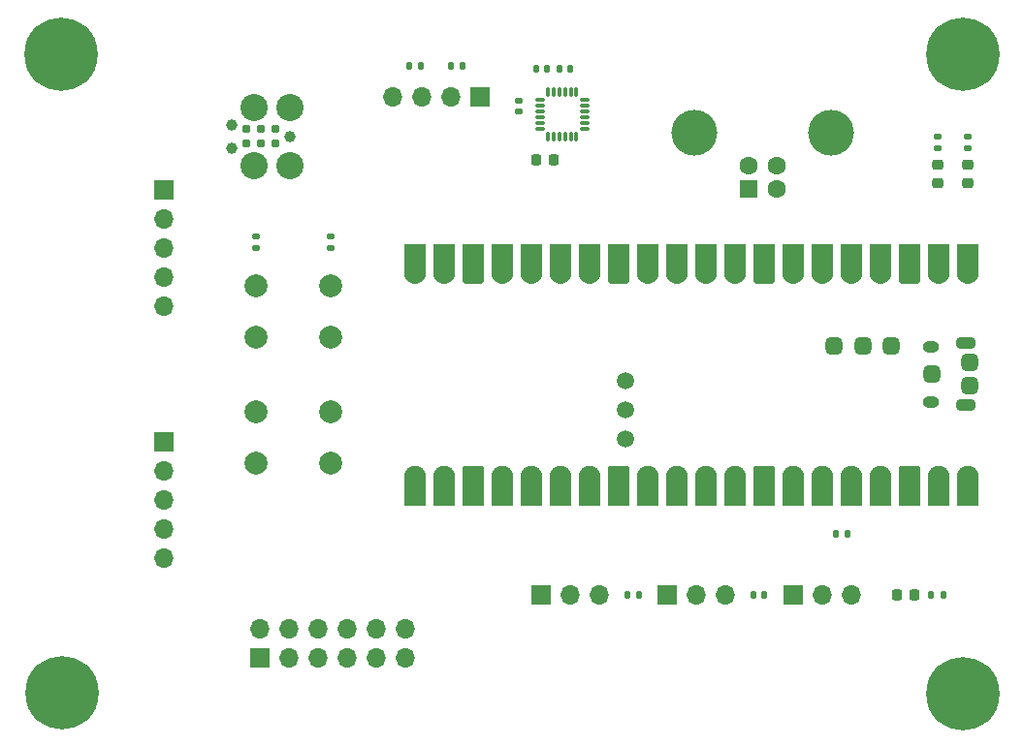
<source format=gbr>
%TF.GenerationSoftware,KiCad,Pcbnew,(6.0.5)*%
%TF.CreationDate,2023-01-28T00:33:00+00:00*%
%TF.ProjectId,Drivebase Board,44726976-6562-4617-9365-20426f617264,rev?*%
%TF.SameCoordinates,Original*%
%TF.FileFunction,Soldermask,Top*%
%TF.FilePolarity,Negative*%
%FSLAX46Y46*%
G04 Gerber Fmt 4.6, Leading zero omitted, Abs format (unit mm)*
G04 Created by KiCad (PCBNEW (6.0.5)) date 2023-01-28 00:33:00*
%MOMM*%
%LPD*%
G01*
G04 APERTURE LIST*
G04 Aperture macros list*
%AMRoundRect*
0 Rectangle with rounded corners*
0 $1 Rounding radius*
0 $2 $3 $4 $5 $6 $7 $8 $9 X,Y pos of 4 corners*
0 Add a 4 corners polygon primitive as box body*
4,1,4,$2,$3,$4,$5,$6,$7,$8,$9,$2,$3,0*
0 Add four circle primitives for the rounded corners*
1,1,$1+$1,$2,$3*
1,1,$1+$1,$4,$5*
1,1,$1+$1,$6,$7*
1,1,$1+$1,$8,$9*
0 Add four rect primitives between the rounded corners*
20,1,$1+$1,$2,$3,$4,$5,0*
20,1,$1+$1,$4,$5,$6,$7,0*
20,1,$1+$1,$6,$7,$8,$9,0*
20,1,$1+$1,$8,$9,$2,$3,0*%
G04 Aperture macros list end*
%ADD10C,0.010000*%
%ADD11R,1.700000X1.700000*%
%ADD12O,1.700000X1.700000*%
%ADD13RoundRect,0.135000X-0.135000X-0.185000X0.135000X-0.185000X0.135000X0.185000X-0.135000X0.185000X0*%
%ADD14RoundRect,0.225000X0.225000X0.250000X-0.225000X0.250000X-0.225000X-0.250000X0.225000X-0.250000X0*%
%ADD15RoundRect,0.075000X0.350000X0.075000X-0.350000X0.075000X-0.350000X-0.075000X0.350000X-0.075000X0*%
%ADD16RoundRect,0.075000X-0.075000X0.350000X-0.075000X-0.350000X0.075000X-0.350000X0.075000X0.350000X0*%
%ADD17C,6.400000*%
%ADD18RoundRect,0.218750X-0.256250X0.218750X-0.256250X-0.218750X0.256250X-0.218750X0.256250X0.218750X0*%
%ADD19RoundRect,0.140000X-0.170000X0.140000X-0.170000X-0.140000X0.170000X-0.140000X0.170000X0.140000X0*%
%ADD20O,1.800000X1.100000*%
%ADD21O,1.450000X1.050000*%
%ADD22RoundRect,0.450000X-0.300000X0.300000X-0.300000X-0.300000X0.300000X-0.300000X0.300000X0.300000X0*%
%ADD23RoundRect,0.135000X0.185000X-0.135000X0.185000X0.135000X-0.185000X0.135000X-0.185000X-0.135000X0*%
%ADD24RoundRect,0.140000X-0.140000X-0.170000X0.140000X-0.170000X0.140000X0.170000X-0.140000X0.170000X0*%
%ADD25C,1.500000*%
%ADD26C,0.990600*%
%ADD27C,2.374900*%
%ADD28C,0.787400*%
%ADD29C,2.000000*%
%ADD30RoundRect,0.140000X0.140000X0.170000X-0.140000X0.170000X-0.140000X-0.170000X0.140000X-0.170000X0*%
%ADD31RoundRect,0.218750X0.218750X0.256250X-0.218750X0.256250X-0.218750X-0.256250X0.218750X-0.256250X0*%
%ADD32RoundRect,0.135000X0.135000X0.185000X-0.135000X0.185000X-0.135000X-0.185000X0.135000X-0.185000X0*%
%ADD33R,1.600000X1.600000*%
%ADD34C,1.600000*%
%ADD35C,4.000000*%
G04 APERTURE END LIST*
%TO.C,U101*%
G36*
X141540000Y-93322500D02*
G01*
X141539000Y-93369500D01*
X141535000Y-93416500D01*
X141529000Y-93463500D01*
X141520000Y-93509500D01*
X141509000Y-93555500D01*
X141496000Y-93600500D01*
X141480000Y-93645500D01*
X141462000Y-93688500D01*
X141442000Y-93731500D01*
X141419000Y-93772500D01*
X141395000Y-93812500D01*
X141368000Y-93851500D01*
X141339000Y-93888500D01*
X141309000Y-93924500D01*
X141276000Y-93958500D01*
X141242000Y-93991500D01*
X141206000Y-94021500D01*
X141169000Y-94050500D01*
X141130000Y-94077500D01*
X141090000Y-94101500D01*
X141049000Y-94124500D01*
X141006000Y-94144500D01*
X140963000Y-94162500D01*
X140918000Y-94178500D01*
X140873000Y-94191500D01*
X140827000Y-94202500D01*
X140781000Y-94211500D01*
X140734000Y-94217500D01*
X140687000Y-94221500D01*
X140640000Y-94222500D01*
X140593000Y-94221500D01*
X140546000Y-94217500D01*
X140499000Y-94211500D01*
X140453000Y-94202500D01*
X140407000Y-94191500D01*
X140362000Y-94178500D01*
X140317000Y-94162500D01*
X140274000Y-94144500D01*
X140231000Y-94124500D01*
X140190000Y-94101500D01*
X140150000Y-94077500D01*
X140111000Y-94050500D01*
X140074000Y-94021500D01*
X140038000Y-93991500D01*
X140004000Y-93958500D01*
X139971000Y-93924500D01*
X139941000Y-93888500D01*
X139912000Y-93851500D01*
X139885000Y-93812500D01*
X139861000Y-93772500D01*
X139838000Y-93731500D01*
X139818000Y-93688500D01*
X139800000Y-93645500D01*
X139784000Y-93600500D01*
X139771000Y-93555500D01*
X139760000Y-93509500D01*
X139751000Y-93463500D01*
X139745000Y-93416500D01*
X139741000Y-93369500D01*
X139740000Y-93322500D01*
X139740000Y-90822500D01*
X141540000Y-90822500D01*
X141540000Y-93322500D01*
G37*
D10*
X141540000Y-93322500D02*
X141539000Y-93369500D01*
X141535000Y-93416500D01*
X141529000Y-93463500D01*
X141520000Y-93509500D01*
X141509000Y-93555500D01*
X141496000Y-93600500D01*
X141480000Y-93645500D01*
X141462000Y-93688500D01*
X141442000Y-93731500D01*
X141419000Y-93772500D01*
X141395000Y-93812500D01*
X141368000Y-93851500D01*
X141339000Y-93888500D01*
X141309000Y-93924500D01*
X141276000Y-93958500D01*
X141242000Y-93991500D01*
X141206000Y-94021500D01*
X141169000Y-94050500D01*
X141130000Y-94077500D01*
X141090000Y-94101500D01*
X141049000Y-94124500D01*
X141006000Y-94144500D01*
X140963000Y-94162500D01*
X140918000Y-94178500D01*
X140873000Y-94191500D01*
X140827000Y-94202500D01*
X140781000Y-94211500D01*
X140734000Y-94217500D01*
X140687000Y-94221500D01*
X140640000Y-94222500D01*
X140593000Y-94221500D01*
X140546000Y-94217500D01*
X140499000Y-94211500D01*
X140453000Y-94202500D01*
X140407000Y-94191500D01*
X140362000Y-94178500D01*
X140317000Y-94162500D01*
X140274000Y-94144500D01*
X140231000Y-94124500D01*
X140190000Y-94101500D01*
X140150000Y-94077500D01*
X140111000Y-94050500D01*
X140074000Y-94021500D01*
X140038000Y-93991500D01*
X140004000Y-93958500D01*
X139971000Y-93924500D01*
X139941000Y-93888500D01*
X139912000Y-93851500D01*
X139885000Y-93812500D01*
X139861000Y-93772500D01*
X139838000Y-93731500D01*
X139818000Y-93688500D01*
X139800000Y-93645500D01*
X139784000Y-93600500D01*
X139771000Y-93555500D01*
X139760000Y-93509500D01*
X139751000Y-93463500D01*
X139745000Y-93416500D01*
X139741000Y-93369500D01*
X139740000Y-93322500D01*
X139740000Y-90822500D01*
X141540000Y-90822500D01*
X141540000Y-93322500D01*
G36*
X176831000Y-110204500D02*
G01*
X176847000Y-110206500D01*
X176862000Y-110209500D01*
X176878000Y-110212500D01*
X176908000Y-110222500D01*
X176922000Y-110228500D01*
X176950000Y-110242500D01*
X176963000Y-110250500D01*
X176976000Y-110259500D01*
X176989000Y-110269500D01*
X177001000Y-110279500D01*
X177023000Y-110301500D01*
X177033000Y-110313500D01*
X177043000Y-110326500D01*
X177052000Y-110339500D01*
X177060000Y-110352500D01*
X177074000Y-110380500D01*
X177080000Y-110394500D01*
X177090000Y-110424500D01*
X177093000Y-110440500D01*
X177096000Y-110455500D01*
X177098000Y-110471500D01*
X177100000Y-110486500D01*
X177100000Y-113602500D01*
X175300000Y-113602500D01*
X175300000Y-110486500D01*
X175302000Y-110471500D01*
X175304000Y-110455500D01*
X175307000Y-110440500D01*
X175310000Y-110424500D01*
X175320000Y-110394500D01*
X175326000Y-110380500D01*
X175340000Y-110352500D01*
X175348000Y-110339500D01*
X175357000Y-110326500D01*
X175367000Y-110313500D01*
X175377000Y-110301500D01*
X175399000Y-110279500D01*
X175411000Y-110269500D01*
X175424000Y-110259500D01*
X175437000Y-110250500D01*
X175450000Y-110242500D01*
X175478000Y-110228500D01*
X175492000Y-110222500D01*
X175522000Y-110212500D01*
X175538000Y-110209500D01*
X175553000Y-110206500D01*
X175569000Y-110204500D01*
X175584000Y-110202500D01*
X176816000Y-110202500D01*
X176831000Y-110204500D01*
G37*
X176831000Y-110204500D02*
X176847000Y-110206500D01*
X176862000Y-110209500D01*
X176878000Y-110212500D01*
X176908000Y-110222500D01*
X176922000Y-110228500D01*
X176950000Y-110242500D01*
X176963000Y-110250500D01*
X176976000Y-110259500D01*
X176989000Y-110269500D01*
X177001000Y-110279500D01*
X177023000Y-110301500D01*
X177033000Y-110313500D01*
X177043000Y-110326500D01*
X177052000Y-110339500D01*
X177060000Y-110352500D01*
X177074000Y-110380500D01*
X177080000Y-110394500D01*
X177090000Y-110424500D01*
X177093000Y-110440500D01*
X177096000Y-110455500D01*
X177098000Y-110471500D01*
X177100000Y-110486500D01*
X177100000Y-113602500D01*
X175300000Y-113602500D01*
X175300000Y-110486500D01*
X175302000Y-110471500D01*
X175304000Y-110455500D01*
X175307000Y-110440500D01*
X175310000Y-110424500D01*
X175320000Y-110394500D01*
X175326000Y-110380500D01*
X175340000Y-110352500D01*
X175348000Y-110339500D01*
X175357000Y-110326500D01*
X175367000Y-110313500D01*
X175377000Y-110301500D01*
X175399000Y-110279500D01*
X175411000Y-110269500D01*
X175424000Y-110259500D01*
X175437000Y-110250500D01*
X175450000Y-110242500D01*
X175478000Y-110228500D01*
X175492000Y-110222500D01*
X175522000Y-110212500D01*
X175538000Y-110209500D01*
X175553000Y-110206500D01*
X175569000Y-110204500D01*
X175584000Y-110202500D01*
X176816000Y-110202500D01*
X176831000Y-110204500D01*
G36*
X177100000Y-93938500D02*
G01*
X177098000Y-93953500D01*
X177096000Y-93969500D01*
X177093000Y-93984500D01*
X177090000Y-94000500D01*
X177080000Y-94030500D01*
X177074000Y-94044500D01*
X177060000Y-94072500D01*
X177052000Y-94085500D01*
X177043000Y-94098500D01*
X177033000Y-94111500D01*
X177023000Y-94123500D01*
X177001000Y-94145500D01*
X176989000Y-94155500D01*
X176976000Y-94165500D01*
X176963000Y-94174500D01*
X176950000Y-94182500D01*
X176922000Y-94196500D01*
X176908000Y-94202500D01*
X176878000Y-94212500D01*
X176862000Y-94215500D01*
X176847000Y-94218500D01*
X176831000Y-94220500D01*
X176816000Y-94222500D01*
X175584000Y-94222500D01*
X175569000Y-94220500D01*
X175553000Y-94218500D01*
X175538000Y-94215500D01*
X175522000Y-94212500D01*
X175492000Y-94202500D01*
X175478000Y-94196500D01*
X175450000Y-94182500D01*
X175437000Y-94174500D01*
X175424000Y-94165500D01*
X175411000Y-94155500D01*
X175399000Y-94145500D01*
X175377000Y-94123500D01*
X175367000Y-94111500D01*
X175357000Y-94098500D01*
X175348000Y-94085500D01*
X175340000Y-94072500D01*
X175326000Y-94044500D01*
X175320000Y-94030500D01*
X175310000Y-94000500D01*
X175307000Y-93984500D01*
X175304000Y-93969500D01*
X175302000Y-93953500D01*
X175300000Y-93938500D01*
X175300000Y-90822500D01*
X177100000Y-90822500D01*
X177100000Y-93938500D01*
G37*
X177100000Y-93938500D02*
X177098000Y-93953500D01*
X177096000Y-93969500D01*
X177093000Y-93984500D01*
X177090000Y-94000500D01*
X177080000Y-94030500D01*
X177074000Y-94044500D01*
X177060000Y-94072500D01*
X177052000Y-94085500D01*
X177043000Y-94098500D01*
X177033000Y-94111500D01*
X177023000Y-94123500D01*
X177001000Y-94145500D01*
X176989000Y-94155500D01*
X176976000Y-94165500D01*
X176963000Y-94174500D01*
X176950000Y-94182500D01*
X176922000Y-94196500D01*
X176908000Y-94202500D01*
X176878000Y-94212500D01*
X176862000Y-94215500D01*
X176847000Y-94218500D01*
X176831000Y-94220500D01*
X176816000Y-94222500D01*
X175584000Y-94222500D01*
X175569000Y-94220500D01*
X175553000Y-94218500D01*
X175538000Y-94215500D01*
X175522000Y-94212500D01*
X175492000Y-94202500D01*
X175478000Y-94196500D01*
X175450000Y-94182500D01*
X175437000Y-94174500D01*
X175424000Y-94165500D01*
X175411000Y-94155500D01*
X175399000Y-94145500D01*
X175377000Y-94123500D01*
X175367000Y-94111500D01*
X175357000Y-94098500D01*
X175348000Y-94085500D01*
X175340000Y-94072500D01*
X175326000Y-94044500D01*
X175320000Y-94030500D01*
X175310000Y-94000500D01*
X175307000Y-93984500D01*
X175304000Y-93969500D01*
X175302000Y-93953500D01*
X175300000Y-93938500D01*
X175300000Y-90822500D01*
X177100000Y-90822500D01*
X177100000Y-93938500D01*
G36*
X156780000Y-93322500D02*
G01*
X156779000Y-93369500D01*
X156775000Y-93416500D01*
X156769000Y-93463500D01*
X156760000Y-93509500D01*
X156749000Y-93555500D01*
X156736000Y-93600500D01*
X156720000Y-93645500D01*
X156702000Y-93688500D01*
X156682000Y-93731500D01*
X156659000Y-93772500D01*
X156635000Y-93812500D01*
X156608000Y-93851500D01*
X156579000Y-93888500D01*
X156549000Y-93924500D01*
X156516000Y-93958500D01*
X156482000Y-93991500D01*
X156446000Y-94021500D01*
X156409000Y-94050500D01*
X156370000Y-94077500D01*
X156330000Y-94101500D01*
X156289000Y-94124500D01*
X156246000Y-94144500D01*
X156203000Y-94162500D01*
X156158000Y-94178500D01*
X156113000Y-94191500D01*
X156067000Y-94202500D01*
X156021000Y-94211500D01*
X155974000Y-94217500D01*
X155927000Y-94221500D01*
X155880000Y-94222500D01*
X155833000Y-94221500D01*
X155786000Y-94217500D01*
X155739000Y-94211500D01*
X155693000Y-94202500D01*
X155647000Y-94191500D01*
X155602000Y-94178500D01*
X155557000Y-94162500D01*
X155514000Y-94144500D01*
X155471000Y-94124500D01*
X155430000Y-94101500D01*
X155390000Y-94077500D01*
X155351000Y-94050500D01*
X155314000Y-94021500D01*
X155278000Y-93991500D01*
X155244000Y-93958500D01*
X155211000Y-93924500D01*
X155181000Y-93888500D01*
X155152000Y-93851500D01*
X155125000Y-93812500D01*
X155101000Y-93772500D01*
X155078000Y-93731500D01*
X155058000Y-93688500D01*
X155040000Y-93645500D01*
X155024000Y-93600500D01*
X155011000Y-93555500D01*
X155000000Y-93509500D01*
X154991000Y-93463500D01*
X154985000Y-93416500D01*
X154981000Y-93369500D01*
X154980000Y-93322500D01*
X154980000Y-90822500D01*
X156780000Y-90822500D01*
X156780000Y-93322500D01*
G37*
X156780000Y-93322500D02*
X156779000Y-93369500D01*
X156775000Y-93416500D01*
X156769000Y-93463500D01*
X156760000Y-93509500D01*
X156749000Y-93555500D01*
X156736000Y-93600500D01*
X156720000Y-93645500D01*
X156702000Y-93688500D01*
X156682000Y-93731500D01*
X156659000Y-93772500D01*
X156635000Y-93812500D01*
X156608000Y-93851500D01*
X156579000Y-93888500D01*
X156549000Y-93924500D01*
X156516000Y-93958500D01*
X156482000Y-93991500D01*
X156446000Y-94021500D01*
X156409000Y-94050500D01*
X156370000Y-94077500D01*
X156330000Y-94101500D01*
X156289000Y-94124500D01*
X156246000Y-94144500D01*
X156203000Y-94162500D01*
X156158000Y-94178500D01*
X156113000Y-94191500D01*
X156067000Y-94202500D01*
X156021000Y-94211500D01*
X155974000Y-94217500D01*
X155927000Y-94221500D01*
X155880000Y-94222500D01*
X155833000Y-94221500D01*
X155786000Y-94217500D01*
X155739000Y-94211500D01*
X155693000Y-94202500D01*
X155647000Y-94191500D01*
X155602000Y-94178500D01*
X155557000Y-94162500D01*
X155514000Y-94144500D01*
X155471000Y-94124500D01*
X155430000Y-94101500D01*
X155390000Y-94077500D01*
X155351000Y-94050500D01*
X155314000Y-94021500D01*
X155278000Y-93991500D01*
X155244000Y-93958500D01*
X155211000Y-93924500D01*
X155181000Y-93888500D01*
X155152000Y-93851500D01*
X155125000Y-93812500D01*
X155101000Y-93772500D01*
X155078000Y-93731500D01*
X155058000Y-93688500D01*
X155040000Y-93645500D01*
X155024000Y-93600500D01*
X155011000Y-93555500D01*
X155000000Y-93509500D01*
X154991000Y-93463500D01*
X154985000Y-93416500D01*
X154981000Y-93369500D01*
X154980000Y-93322500D01*
X154980000Y-90822500D01*
X156780000Y-90822500D01*
X156780000Y-93322500D01*
G36*
X144080000Y-93322500D02*
G01*
X144079000Y-93369500D01*
X144075000Y-93416500D01*
X144069000Y-93463500D01*
X144060000Y-93509500D01*
X144049000Y-93555500D01*
X144036000Y-93600500D01*
X144020000Y-93645500D01*
X144002000Y-93688500D01*
X143982000Y-93731500D01*
X143959000Y-93772500D01*
X143935000Y-93812500D01*
X143908000Y-93851500D01*
X143879000Y-93888500D01*
X143849000Y-93924500D01*
X143816000Y-93958500D01*
X143782000Y-93991500D01*
X143746000Y-94021500D01*
X143709000Y-94050500D01*
X143670000Y-94077500D01*
X143630000Y-94101500D01*
X143589000Y-94124500D01*
X143546000Y-94144500D01*
X143503000Y-94162500D01*
X143458000Y-94178500D01*
X143413000Y-94191500D01*
X143367000Y-94202500D01*
X143321000Y-94211500D01*
X143274000Y-94217500D01*
X143227000Y-94221500D01*
X143180000Y-94222500D01*
X143133000Y-94221500D01*
X143086000Y-94217500D01*
X143039000Y-94211500D01*
X142993000Y-94202500D01*
X142947000Y-94191500D01*
X142902000Y-94178500D01*
X142857000Y-94162500D01*
X142814000Y-94144500D01*
X142771000Y-94124500D01*
X142730000Y-94101500D01*
X142690000Y-94077500D01*
X142651000Y-94050500D01*
X142614000Y-94021500D01*
X142578000Y-93991500D01*
X142544000Y-93958500D01*
X142511000Y-93924500D01*
X142481000Y-93888500D01*
X142452000Y-93851500D01*
X142425000Y-93812500D01*
X142401000Y-93772500D01*
X142378000Y-93731500D01*
X142358000Y-93688500D01*
X142340000Y-93645500D01*
X142324000Y-93600500D01*
X142311000Y-93555500D01*
X142300000Y-93509500D01*
X142291000Y-93463500D01*
X142285000Y-93416500D01*
X142281000Y-93369500D01*
X142280000Y-93322500D01*
X142280000Y-90822500D01*
X144080000Y-90822500D01*
X144080000Y-93322500D01*
G37*
X144080000Y-93322500D02*
X144079000Y-93369500D01*
X144075000Y-93416500D01*
X144069000Y-93463500D01*
X144060000Y-93509500D01*
X144049000Y-93555500D01*
X144036000Y-93600500D01*
X144020000Y-93645500D01*
X144002000Y-93688500D01*
X143982000Y-93731500D01*
X143959000Y-93772500D01*
X143935000Y-93812500D01*
X143908000Y-93851500D01*
X143879000Y-93888500D01*
X143849000Y-93924500D01*
X143816000Y-93958500D01*
X143782000Y-93991500D01*
X143746000Y-94021500D01*
X143709000Y-94050500D01*
X143670000Y-94077500D01*
X143630000Y-94101500D01*
X143589000Y-94124500D01*
X143546000Y-94144500D01*
X143503000Y-94162500D01*
X143458000Y-94178500D01*
X143413000Y-94191500D01*
X143367000Y-94202500D01*
X143321000Y-94211500D01*
X143274000Y-94217500D01*
X143227000Y-94221500D01*
X143180000Y-94222500D01*
X143133000Y-94221500D01*
X143086000Y-94217500D01*
X143039000Y-94211500D01*
X142993000Y-94202500D01*
X142947000Y-94191500D01*
X142902000Y-94178500D01*
X142857000Y-94162500D01*
X142814000Y-94144500D01*
X142771000Y-94124500D01*
X142730000Y-94101500D01*
X142690000Y-94077500D01*
X142651000Y-94050500D01*
X142614000Y-94021500D01*
X142578000Y-93991500D01*
X142544000Y-93958500D01*
X142511000Y-93924500D01*
X142481000Y-93888500D01*
X142452000Y-93851500D01*
X142425000Y-93812500D01*
X142401000Y-93772500D01*
X142378000Y-93731500D01*
X142358000Y-93688500D01*
X142340000Y-93645500D01*
X142324000Y-93600500D01*
X142311000Y-93555500D01*
X142300000Y-93509500D01*
X142291000Y-93463500D01*
X142285000Y-93416500D01*
X142281000Y-93369500D01*
X142280000Y-93322500D01*
X142280000Y-90822500D01*
X144080000Y-90822500D01*
X144080000Y-93322500D01*
G36*
X161007000Y-110203500D02*
G01*
X161054000Y-110207500D01*
X161101000Y-110213500D01*
X161147000Y-110222500D01*
X161193000Y-110233500D01*
X161238000Y-110246500D01*
X161283000Y-110262500D01*
X161326000Y-110280500D01*
X161369000Y-110300500D01*
X161410000Y-110323500D01*
X161450000Y-110347500D01*
X161489000Y-110374500D01*
X161526000Y-110403500D01*
X161562000Y-110433500D01*
X161596000Y-110466500D01*
X161629000Y-110500500D01*
X161659000Y-110536500D01*
X161688000Y-110573500D01*
X161715000Y-110612500D01*
X161739000Y-110652500D01*
X161762000Y-110693500D01*
X161782000Y-110736500D01*
X161800000Y-110779500D01*
X161816000Y-110824500D01*
X161829000Y-110869500D01*
X161840000Y-110915500D01*
X161849000Y-110961500D01*
X161855000Y-111008500D01*
X161859000Y-111055500D01*
X161860000Y-111102500D01*
X161860000Y-113602500D01*
X160060000Y-113602500D01*
X160060000Y-111102500D01*
X160061000Y-111055500D01*
X160065000Y-111008500D01*
X160071000Y-110961500D01*
X160080000Y-110915500D01*
X160091000Y-110869500D01*
X160104000Y-110824500D01*
X160120000Y-110779500D01*
X160138000Y-110736500D01*
X160158000Y-110693500D01*
X160181000Y-110652500D01*
X160205000Y-110612500D01*
X160232000Y-110573500D01*
X160261000Y-110536500D01*
X160291000Y-110500500D01*
X160324000Y-110466500D01*
X160358000Y-110433500D01*
X160394000Y-110403500D01*
X160431000Y-110374500D01*
X160470000Y-110347500D01*
X160510000Y-110323500D01*
X160551000Y-110300500D01*
X160594000Y-110280500D01*
X160637000Y-110262500D01*
X160682000Y-110246500D01*
X160727000Y-110233500D01*
X160773000Y-110222500D01*
X160819000Y-110213500D01*
X160866000Y-110207500D01*
X160913000Y-110203500D01*
X160960000Y-110202500D01*
X161007000Y-110203500D01*
G37*
X161007000Y-110203500D02*
X161054000Y-110207500D01*
X161101000Y-110213500D01*
X161147000Y-110222500D01*
X161193000Y-110233500D01*
X161238000Y-110246500D01*
X161283000Y-110262500D01*
X161326000Y-110280500D01*
X161369000Y-110300500D01*
X161410000Y-110323500D01*
X161450000Y-110347500D01*
X161489000Y-110374500D01*
X161526000Y-110403500D01*
X161562000Y-110433500D01*
X161596000Y-110466500D01*
X161629000Y-110500500D01*
X161659000Y-110536500D01*
X161688000Y-110573500D01*
X161715000Y-110612500D01*
X161739000Y-110652500D01*
X161762000Y-110693500D01*
X161782000Y-110736500D01*
X161800000Y-110779500D01*
X161816000Y-110824500D01*
X161829000Y-110869500D01*
X161840000Y-110915500D01*
X161849000Y-110961500D01*
X161855000Y-111008500D01*
X161859000Y-111055500D01*
X161860000Y-111102500D01*
X161860000Y-113602500D01*
X160060000Y-113602500D01*
X160060000Y-111102500D01*
X160061000Y-111055500D01*
X160065000Y-111008500D01*
X160071000Y-110961500D01*
X160080000Y-110915500D01*
X160091000Y-110869500D01*
X160104000Y-110824500D01*
X160120000Y-110779500D01*
X160138000Y-110736500D01*
X160158000Y-110693500D01*
X160181000Y-110652500D01*
X160205000Y-110612500D01*
X160232000Y-110573500D01*
X160261000Y-110536500D01*
X160291000Y-110500500D01*
X160324000Y-110466500D01*
X160358000Y-110433500D01*
X160394000Y-110403500D01*
X160431000Y-110374500D01*
X160470000Y-110347500D01*
X160510000Y-110323500D01*
X160551000Y-110300500D01*
X160594000Y-110280500D01*
X160637000Y-110262500D01*
X160682000Y-110246500D01*
X160727000Y-110233500D01*
X160773000Y-110222500D01*
X160819000Y-110213500D01*
X160866000Y-110207500D01*
X160913000Y-110203500D01*
X160960000Y-110202500D01*
X161007000Y-110203500D01*
G36*
X146620000Y-93322500D02*
G01*
X146619000Y-93369500D01*
X146615000Y-93416500D01*
X146609000Y-93463500D01*
X146600000Y-93509500D01*
X146589000Y-93555500D01*
X146576000Y-93600500D01*
X146560000Y-93645500D01*
X146542000Y-93688500D01*
X146522000Y-93731500D01*
X146499000Y-93772500D01*
X146475000Y-93812500D01*
X146448000Y-93851500D01*
X146419000Y-93888500D01*
X146389000Y-93924500D01*
X146356000Y-93958500D01*
X146322000Y-93991500D01*
X146286000Y-94021500D01*
X146249000Y-94050500D01*
X146210000Y-94077500D01*
X146170000Y-94101500D01*
X146129000Y-94124500D01*
X146086000Y-94144500D01*
X146043000Y-94162500D01*
X145998000Y-94178500D01*
X145953000Y-94191500D01*
X145907000Y-94202500D01*
X145861000Y-94211500D01*
X145814000Y-94217500D01*
X145767000Y-94221500D01*
X145720000Y-94222500D01*
X145673000Y-94221500D01*
X145626000Y-94217500D01*
X145579000Y-94211500D01*
X145533000Y-94202500D01*
X145487000Y-94191500D01*
X145442000Y-94178500D01*
X145397000Y-94162500D01*
X145354000Y-94144500D01*
X145311000Y-94124500D01*
X145270000Y-94101500D01*
X145230000Y-94077500D01*
X145191000Y-94050500D01*
X145154000Y-94021500D01*
X145118000Y-93991500D01*
X145084000Y-93958500D01*
X145051000Y-93924500D01*
X145021000Y-93888500D01*
X144992000Y-93851500D01*
X144965000Y-93812500D01*
X144941000Y-93772500D01*
X144918000Y-93731500D01*
X144898000Y-93688500D01*
X144880000Y-93645500D01*
X144864000Y-93600500D01*
X144851000Y-93555500D01*
X144840000Y-93509500D01*
X144831000Y-93463500D01*
X144825000Y-93416500D01*
X144821000Y-93369500D01*
X144820000Y-93322500D01*
X144820000Y-90822500D01*
X146620000Y-90822500D01*
X146620000Y-93322500D01*
G37*
X146620000Y-93322500D02*
X146619000Y-93369500D01*
X146615000Y-93416500D01*
X146609000Y-93463500D01*
X146600000Y-93509500D01*
X146589000Y-93555500D01*
X146576000Y-93600500D01*
X146560000Y-93645500D01*
X146542000Y-93688500D01*
X146522000Y-93731500D01*
X146499000Y-93772500D01*
X146475000Y-93812500D01*
X146448000Y-93851500D01*
X146419000Y-93888500D01*
X146389000Y-93924500D01*
X146356000Y-93958500D01*
X146322000Y-93991500D01*
X146286000Y-94021500D01*
X146249000Y-94050500D01*
X146210000Y-94077500D01*
X146170000Y-94101500D01*
X146129000Y-94124500D01*
X146086000Y-94144500D01*
X146043000Y-94162500D01*
X145998000Y-94178500D01*
X145953000Y-94191500D01*
X145907000Y-94202500D01*
X145861000Y-94211500D01*
X145814000Y-94217500D01*
X145767000Y-94221500D01*
X145720000Y-94222500D01*
X145673000Y-94221500D01*
X145626000Y-94217500D01*
X145579000Y-94211500D01*
X145533000Y-94202500D01*
X145487000Y-94191500D01*
X145442000Y-94178500D01*
X145397000Y-94162500D01*
X145354000Y-94144500D01*
X145311000Y-94124500D01*
X145270000Y-94101500D01*
X145230000Y-94077500D01*
X145191000Y-94050500D01*
X145154000Y-94021500D01*
X145118000Y-93991500D01*
X145084000Y-93958500D01*
X145051000Y-93924500D01*
X145021000Y-93888500D01*
X144992000Y-93851500D01*
X144965000Y-93812500D01*
X144941000Y-93772500D01*
X144918000Y-93731500D01*
X144898000Y-93688500D01*
X144880000Y-93645500D01*
X144864000Y-93600500D01*
X144851000Y-93555500D01*
X144840000Y-93509500D01*
X144831000Y-93463500D01*
X144825000Y-93416500D01*
X144821000Y-93369500D01*
X144820000Y-93322500D01*
X144820000Y-90822500D01*
X146620000Y-90822500D01*
X146620000Y-93322500D01*
G36*
X136460000Y-93322500D02*
G01*
X136459000Y-93369500D01*
X136455000Y-93416500D01*
X136449000Y-93463500D01*
X136440000Y-93509500D01*
X136429000Y-93555500D01*
X136416000Y-93600500D01*
X136400000Y-93645500D01*
X136382000Y-93688500D01*
X136362000Y-93731500D01*
X136339000Y-93772500D01*
X136315000Y-93812500D01*
X136288000Y-93851500D01*
X136259000Y-93888500D01*
X136229000Y-93924500D01*
X136196000Y-93958500D01*
X136162000Y-93991500D01*
X136126000Y-94021500D01*
X136089000Y-94050500D01*
X136050000Y-94077500D01*
X136010000Y-94101500D01*
X135969000Y-94124500D01*
X135926000Y-94144500D01*
X135883000Y-94162500D01*
X135838000Y-94178500D01*
X135793000Y-94191500D01*
X135747000Y-94202500D01*
X135701000Y-94211500D01*
X135654000Y-94217500D01*
X135607000Y-94221500D01*
X135560000Y-94222500D01*
X135513000Y-94221500D01*
X135466000Y-94217500D01*
X135419000Y-94211500D01*
X135373000Y-94202500D01*
X135327000Y-94191500D01*
X135282000Y-94178500D01*
X135237000Y-94162500D01*
X135194000Y-94144500D01*
X135151000Y-94124500D01*
X135110000Y-94101500D01*
X135070000Y-94077500D01*
X135031000Y-94050500D01*
X134994000Y-94021500D01*
X134958000Y-93991500D01*
X134924000Y-93958500D01*
X134891000Y-93924500D01*
X134861000Y-93888500D01*
X134832000Y-93851500D01*
X134805000Y-93812500D01*
X134781000Y-93772500D01*
X134758000Y-93731500D01*
X134738000Y-93688500D01*
X134720000Y-93645500D01*
X134704000Y-93600500D01*
X134691000Y-93555500D01*
X134680000Y-93509500D01*
X134671000Y-93463500D01*
X134665000Y-93416500D01*
X134661000Y-93369500D01*
X134660000Y-93322500D01*
X134660000Y-90822500D01*
X136460000Y-90822500D01*
X136460000Y-93322500D01*
G37*
X136460000Y-93322500D02*
X136459000Y-93369500D01*
X136455000Y-93416500D01*
X136449000Y-93463500D01*
X136440000Y-93509500D01*
X136429000Y-93555500D01*
X136416000Y-93600500D01*
X136400000Y-93645500D01*
X136382000Y-93688500D01*
X136362000Y-93731500D01*
X136339000Y-93772500D01*
X136315000Y-93812500D01*
X136288000Y-93851500D01*
X136259000Y-93888500D01*
X136229000Y-93924500D01*
X136196000Y-93958500D01*
X136162000Y-93991500D01*
X136126000Y-94021500D01*
X136089000Y-94050500D01*
X136050000Y-94077500D01*
X136010000Y-94101500D01*
X135969000Y-94124500D01*
X135926000Y-94144500D01*
X135883000Y-94162500D01*
X135838000Y-94178500D01*
X135793000Y-94191500D01*
X135747000Y-94202500D01*
X135701000Y-94211500D01*
X135654000Y-94217500D01*
X135607000Y-94221500D01*
X135560000Y-94222500D01*
X135513000Y-94221500D01*
X135466000Y-94217500D01*
X135419000Y-94211500D01*
X135373000Y-94202500D01*
X135327000Y-94191500D01*
X135282000Y-94178500D01*
X135237000Y-94162500D01*
X135194000Y-94144500D01*
X135151000Y-94124500D01*
X135110000Y-94101500D01*
X135070000Y-94077500D01*
X135031000Y-94050500D01*
X134994000Y-94021500D01*
X134958000Y-93991500D01*
X134924000Y-93958500D01*
X134891000Y-93924500D01*
X134861000Y-93888500D01*
X134832000Y-93851500D01*
X134805000Y-93812500D01*
X134781000Y-93772500D01*
X134758000Y-93731500D01*
X134738000Y-93688500D01*
X134720000Y-93645500D01*
X134704000Y-93600500D01*
X134691000Y-93555500D01*
X134680000Y-93509500D01*
X134671000Y-93463500D01*
X134665000Y-93416500D01*
X134661000Y-93369500D01*
X134660000Y-93322500D01*
X134660000Y-90822500D01*
X136460000Y-90822500D01*
X136460000Y-93322500D01*
G36*
X145767000Y-110203500D02*
G01*
X145814000Y-110207500D01*
X145861000Y-110213500D01*
X145907000Y-110222500D01*
X145953000Y-110233500D01*
X145998000Y-110246500D01*
X146043000Y-110262500D01*
X146086000Y-110280500D01*
X146129000Y-110300500D01*
X146170000Y-110323500D01*
X146210000Y-110347500D01*
X146249000Y-110374500D01*
X146286000Y-110403500D01*
X146322000Y-110433500D01*
X146356000Y-110466500D01*
X146389000Y-110500500D01*
X146419000Y-110536500D01*
X146448000Y-110573500D01*
X146475000Y-110612500D01*
X146499000Y-110652500D01*
X146522000Y-110693500D01*
X146542000Y-110736500D01*
X146560000Y-110779500D01*
X146576000Y-110824500D01*
X146589000Y-110869500D01*
X146600000Y-110915500D01*
X146609000Y-110961500D01*
X146615000Y-111008500D01*
X146619000Y-111055500D01*
X146620000Y-111102500D01*
X146620000Y-113602500D01*
X144820000Y-113602500D01*
X144820000Y-111102500D01*
X144821000Y-111055500D01*
X144825000Y-111008500D01*
X144831000Y-110961500D01*
X144840000Y-110915500D01*
X144851000Y-110869500D01*
X144864000Y-110824500D01*
X144880000Y-110779500D01*
X144898000Y-110736500D01*
X144918000Y-110693500D01*
X144941000Y-110652500D01*
X144965000Y-110612500D01*
X144992000Y-110573500D01*
X145021000Y-110536500D01*
X145051000Y-110500500D01*
X145084000Y-110466500D01*
X145118000Y-110433500D01*
X145154000Y-110403500D01*
X145191000Y-110374500D01*
X145230000Y-110347500D01*
X145270000Y-110323500D01*
X145311000Y-110300500D01*
X145354000Y-110280500D01*
X145397000Y-110262500D01*
X145442000Y-110246500D01*
X145487000Y-110233500D01*
X145533000Y-110222500D01*
X145579000Y-110213500D01*
X145626000Y-110207500D01*
X145673000Y-110203500D01*
X145720000Y-110202500D01*
X145767000Y-110203500D01*
G37*
X145767000Y-110203500D02*
X145814000Y-110207500D01*
X145861000Y-110213500D01*
X145907000Y-110222500D01*
X145953000Y-110233500D01*
X145998000Y-110246500D01*
X146043000Y-110262500D01*
X146086000Y-110280500D01*
X146129000Y-110300500D01*
X146170000Y-110323500D01*
X146210000Y-110347500D01*
X146249000Y-110374500D01*
X146286000Y-110403500D01*
X146322000Y-110433500D01*
X146356000Y-110466500D01*
X146389000Y-110500500D01*
X146419000Y-110536500D01*
X146448000Y-110573500D01*
X146475000Y-110612500D01*
X146499000Y-110652500D01*
X146522000Y-110693500D01*
X146542000Y-110736500D01*
X146560000Y-110779500D01*
X146576000Y-110824500D01*
X146589000Y-110869500D01*
X146600000Y-110915500D01*
X146609000Y-110961500D01*
X146615000Y-111008500D01*
X146619000Y-111055500D01*
X146620000Y-111102500D01*
X146620000Y-113602500D01*
X144820000Y-113602500D01*
X144820000Y-111102500D01*
X144821000Y-111055500D01*
X144825000Y-111008500D01*
X144831000Y-110961500D01*
X144840000Y-110915500D01*
X144851000Y-110869500D01*
X144864000Y-110824500D01*
X144880000Y-110779500D01*
X144898000Y-110736500D01*
X144918000Y-110693500D01*
X144941000Y-110652500D01*
X144965000Y-110612500D01*
X144992000Y-110573500D01*
X145021000Y-110536500D01*
X145051000Y-110500500D01*
X145084000Y-110466500D01*
X145118000Y-110433500D01*
X145154000Y-110403500D01*
X145191000Y-110374500D01*
X145230000Y-110347500D01*
X145270000Y-110323500D01*
X145311000Y-110300500D01*
X145354000Y-110280500D01*
X145397000Y-110262500D01*
X145442000Y-110246500D01*
X145487000Y-110233500D01*
X145533000Y-110222500D01*
X145579000Y-110213500D01*
X145626000Y-110207500D01*
X145673000Y-110203500D01*
X145720000Y-110202500D01*
X145767000Y-110203500D01*
G36*
X172020000Y-93322500D02*
G01*
X172019000Y-93369500D01*
X172015000Y-93416500D01*
X172009000Y-93463500D01*
X172000000Y-93509500D01*
X171989000Y-93555500D01*
X171976000Y-93600500D01*
X171960000Y-93645500D01*
X171942000Y-93688500D01*
X171922000Y-93731500D01*
X171899000Y-93772500D01*
X171875000Y-93812500D01*
X171848000Y-93851500D01*
X171819000Y-93888500D01*
X171789000Y-93924500D01*
X171756000Y-93958500D01*
X171722000Y-93991500D01*
X171686000Y-94021500D01*
X171649000Y-94050500D01*
X171610000Y-94077500D01*
X171570000Y-94101500D01*
X171529000Y-94124500D01*
X171486000Y-94144500D01*
X171443000Y-94162500D01*
X171398000Y-94178500D01*
X171353000Y-94191500D01*
X171307000Y-94202500D01*
X171261000Y-94211500D01*
X171214000Y-94217500D01*
X171167000Y-94221500D01*
X171120000Y-94222500D01*
X171073000Y-94221500D01*
X171026000Y-94217500D01*
X170979000Y-94211500D01*
X170933000Y-94202500D01*
X170887000Y-94191500D01*
X170842000Y-94178500D01*
X170797000Y-94162500D01*
X170754000Y-94144500D01*
X170711000Y-94124500D01*
X170670000Y-94101500D01*
X170630000Y-94077500D01*
X170591000Y-94050500D01*
X170554000Y-94021500D01*
X170518000Y-93991500D01*
X170484000Y-93958500D01*
X170451000Y-93924500D01*
X170421000Y-93888500D01*
X170392000Y-93851500D01*
X170365000Y-93812500D01*
X170341000Y-93772500D01*
X170318000Y-93731500D01*
X170298000Y-93688500D01*
X170280000Y-93645500D01*
X170264000Y-93600500D01*
X170251000Y-93555500D01*
X170240000Y-93509500D01*
X170231000Y-93463500D01*
X170225000Y-93416500D01*
X170221000Y-93369500D01*
X170220000Y-93322500D01*
X170220000Y-90822500D01*
X172020000Y-90822500D01*
X172020000Y-93322500D01*
G37*
X172020000Y-93322500D02*
X172019000Y-93369500D01*
X172015000Y-93416500D01*
X172009000Y-93463500D01*
X172000000Y-93509500D01*
X171989000Y-93555500D01*
X171976000Y-93600500D01*
X171960000Y-93645500D01*
X171942000Y-93688500D01*
X171922000Y-93731500D01*
X171899000Y-93772500D01*
X171875000Y-93812500D01*
X171848000Y-93851500D01*
X171819000Y-93888500D01*
X171789000Y-93924500D01*
X171756000Y-93958500D01*
X171722000Y-93991500D01*
X171686000Y-94021500D01*
X171649000Y-94050500D01*
X171610000Y-94077500D01*
X171570000Y-94101500D01*
X171529000Y-94124500D01*
X171486000Y-94144500D01*
X171443000Y-94162500D01*
X171398000Y-94178500D01*
X171353000Y-94191500D01*
X171307000Y-94202500D01*
X171261000Y-94211500D01*
X171214000Y-94217500D01*
X171167000Y-94221500D01*
X171120000Y-94222500D01*
X171073000Y-94221500D01*
X171026000Y-94217500D01*
X170979000Y-94211500D01*
X170933000Y-94202500D01*
X170887000Y-94191500D01*
X170842000Y-94178500D01*
X170797000Y-94162500D01*
X170754000Y-94144500D01*
X170711000Y-94124500D01*
X170670000Y-94101500D01*
X170630000Y-94077500D01*
X170591000Y-94050500D01*
X170554000Y-94021500D01*
X170518000Y-93991500D01*
X170484000Y-93958500D01*
X170451000Y-93924500D01*
X170421000Y-93888500D01*
X170392000Y-93851500D01*
X170365000Y-93812500D01*
X170341000Y-93772500D01*
X170318000Y-93731500D01*
X170298000Y-93688500D01*
X170280000Y-93645500D01*
X170264000Y-93600500D01*
X170251000Y-93555500D01*
X170240000Y-93509500D01*
X170231000Y-93463500D01*
X170225000Y-93416500D01*
X170221000Y-93369500D01*
X170220000Y-93322500D01*
X170220000Y-90822500D01*
X172020000Y-90822500D01*
X172020000Y-93322500D01*
G36*
X181327000Y-110203500D02*
G01*
X181374000Y-110207500D01*
X181421000Y-110213500D01*
X181467000Y-110222500D01*
X181513000Y-110233500D01*
X181558000Y-110246500D01*
X181603000Y-110262500D01*
X181646000Y-110280500D01*
X181689000Y-110300500D01*
X181730000Y-110323500D01*
X181770000Y-110347500D01*
X181809000Y-110374500D01*
X181846000Y-110403500D01*
X181882000Y-110433500D01*
X181916000Y-110466500D01*
X181949000Y-110500500D01*
X181979000Y-110536500D01*
X182008000Y-110573500D01*
X182035000Y-110612500D01*
X182059000Y-110652500D01*
X182082000Y-110693500D01*
X182102000Y-110736500D01*
X182120000Y-110779500D01*
X182136000Y-110824500D01*
X182149000Y-110869500D01*
X182160000Y-110915500D01*
X182169000Y-110961500D01*
X182175000Y-111008500D01*
X182179000Y-111055500D01*
X182180000Y-111102500D01*
X182180000Y-113602500D01*
X180380000Y-113602500D01*
X180380000Y-111102500D01*
X180381000Y-111055500D01*
X180385000Y-111008500D01*
X180391000Y-110961500D01*
X180400000Y-110915500D01*
X180411000Y-110869500D01*
X180424000Y-110824500D01*
X180440000Y-110779500D01*
X180458000Y-110736500D01*
X180478000Y-110693500D01*
X180501000Y-110652500D01*
X180525000Y-110612500D01*
X180552000Y-110573500D01*
X180581000Y-110536500D01*
X180611000Y-110500500D01*
X180644000Y-110466500D01*
X180678000Y-110433500D01*
X180714000Y-110403500D01*
X180751000Y-110374500D01*
X180790000Y-110347500D01*
X180830000Y-110323500D01*
X180871000Y-110300500D01*
X180914000Y-110280500D01*
X180957000Y-110262500D01*
X181002000Y-110246500D01*
X181047000Y-110233500D01*
X181093000Y-110222500D01*
X181139000Y-110213500D01*
X181186000Y-110207500D01*
X181233000Y-110203500D01*
X181280000Y-110202500D01*
X181327000Y-110203500D01*
G37*
X181327000Y-110203500D02*
X181374000Y-110207500D01*
X181421000Y-110213500D01*
X181467000Y-110222500D01*
X181513000Y-110233500D01*
X181558000Y-110246500D01*
X181603000Y-110262500D01*
X181646000Y-110280500D01*
X181689000Y-110300500D01*
X181730000Y-110323500D01*
X181770000Y-110347500D01*
X181809000Y-110374500D01*
X181846000Y-110403500D01*
X181882000Y-110433500D01*
X181916000Y-110466500D01*
X181949000Y-110500500D01*
X181979000Y-110536500D01*
X182008000Y-110573500D01*
X182035000Y-110612500D01*
X182059000Y-110652500D01*
X182082000Y-110693500D01*
X182102000Y-110736500D01*
X182120000Y-110779500D01*
X182136000Y-110824500D01*
X182149000Y-110869500D01*
X182160000Y-110915500D01*
X182169000Y-110961500D01*
X182175000Y-111008500D01*
X182179000Y-111055500D01*
X182180000Y-111102500D01*
X182180000Y-113602500D01*
X180380000Y-113602500D01*
X180380000Y-111102500D01*
X180381000Y-111055500D01*
X180385000Y-111008500D01*
X180391000Y-110961500D01*
X180400000Y-110915500D01*
X180411000Y-110869500D01*
X180424000Y-110824500D01*
X180440000Y-110779500D01*
X180458000Y-110736500D01*
X180478000Y-110693500D01*
X180501000Y-110652500D01*
X180525000Y-110612500D01*
X180552000Y-110573500D01*
X180581000Y-110536500D01*
X180611000Y-110500500D01*
X180644000Y-110466500D01*
X180678000Y-110433500D01*
X180714000Y-110403500D01*
X180751000Y-110374500D01*
X180790000Y-110347500D01*
X180830000Y-110323500D01*
X180871000Y-110300500D01*
X180914000Y-110280500D01*
X180957000Y-110262500D01*
X181002000Y-110246500D01*
X181047000Y-110233500D01*
X181093000Y-110222500D01*
X181139000Y-110213500D01*
X181186000Y-110207500D01*
X181233000Y-110203500D01*
X181280000Y-110202500D01*
X181327000Y-110203500D01*
G36*
X178787000Y-110203500D02*
G01*
X178834000Y-110207500D01*
X178881000Y-110213500D01*
X178927000Y-110222500D01*
X178973000Y-110233500D01*
X179018000Y-110246500D01*
X179063000Y-110262500D01*
X179106000Y-110280500D01*
X179149000Y-110300500D01*
X179190000Y-110323500D01*
X179230000Y-110347500D01*
X179269000Y-110374500D01*
X179306000Y-110403500D01*
X179342000Y-110433500D01*
X179376000Y-110466500D01*
X179409000Y-110500500D01*
X179439000Y-110536500D01*
X179468000Y-110573500D01*
X179495000Y-110612500D01*
X179519000Y-110652500D01*
X179542000Y-110693500D01*
X179562000Y-110736500D01*
X179580000Y-110779500D01*
X179596000Y-110824500D01*
X179609000Y-110869500D01*
X179620000Y-110915500D01*
X179629000Y-110961500D01*
X179635000Y-111008500D01*
X179639000Y-111055500D01*
X179640000Y-111102500D01*
X179640000Y-113602500D01*
X177840000Y-113602500D01*
X177840000Y-111102500D01*
X177841000Y-111055500D01*
X177845000Y-111008500D01*
X177851000Y-110961500D01*
X177860000Y-110915500D01*
X177871000Y-110869500D01*
X177884000Y-110824500D01*
X177900000Y-110779500D01*
X177918000Y-110736500D01*
X177938000Y-110693500D01*
X177961000Y-110652500D01*
X177985000Y-110612500D01*
X178012000Y-110573500D01*
X178041000Y-110536500D01*
X178071000Y-110500500D01*
X178104000Y-110466500D01*
X178138000Y-110433500D01*
X178174000Y-110403500D01*
X178211000Y-110374500D01*
X178250000Y-110347500D01*
X178290000Y-110323500D01*
X178331000Y-110300500D01*
X178374000Y-110280500D01*
X178417000Y-110262500D01*
X178462000Y-110246500D01*
X178507000Y-110233500D01*
X178553000Y-110222500D01*
X178599000Y-110213500D01*
X178646000Y-110207500D01*
X178693000Y-110203500D01*
X178740000Y-110202500D01*
X178787000Y-110203500D01*
G37*
X178787000Y-110203500D02*
X178834000Y-110207500D01*
X178881000Y-110213500D01*
X178927000Y-110222500D01*
X178973000Y-110233500D01*
X179018000Y-110246500D01*
X179063000Y-110262500D01*
X179106000Y-110280500D01*
X179149000Y-110300500D01*
X179190000Y-110323500D01*
X179230000Y-110347500D01*
X179269000Y-110374500D01*
X179306000Y-110403500D01*
X179342000Y-110433500D01*
X179376000Y-110466500D01*
X179409000Y-110500500D01*
X179439000Y-110536500D01*
X179468000Y-110573500D01*
X179495000Y-110612500D01*
X179519000Y-110652500D01*
X179542000Y-110693500D01*
X179562000Y-110736500D01*
X179580000Y-110779500D01*
X179596000Y-110824500D01*
X179609000Y-110869500D01*
X179620000Y-110915500D01*
X179629000Y-110961500D01*
X179635000Y-111008500D01*
X179639000Y-111055500D01*
X179640000Y-111102500D01*
X179640000Y-113602500D01*
X177840000Y-113602500D01*
X177840000Y-111102500D01*
X177841000Y-111055500D01*
X177845000Y-111008500D01*
X177851000Y-110961500D01*
X177860000Y-110915500D01*
X177871000Y-110869500D01*
X177884000Y-110824500D01*
X177900000Y-110779500D01*
X177918000Y-110736500D01*
X177938000Y-110693500D01*
X177961000Y-110652500D01*
X177985000Y-110612500D01*
X178012000Y-110573500D01*
X178041000Y-110536500D01*
X178071000Y-110500500D01*
X178104000Y-110466500D01*
X178138000Y-110433500D01*
X178174000Y-110403500D01*
X178211000Y-110374500D01*
X178250000Y-110347500D01*
X178290000Y-110323500D01*
X178331000Y-110300500D01*
X178374000Y-110280500D01*
X178417000Y-110262500D01*
X178462000Y-110246500D01*
X178507000Y-110233500D01*
X178553000Y-110222500D01*
X178599000Y-110213500D01*
X178646000Y-110207500D01*
X178693000Y-110203500D01*
X178740000Y-110202500D01*
X178787000Y-110203500D01*
G36*
X155927000Y-110203500D02*
G01*
X155974000Y-110207500D01*
X156021000Y-110213500D01*
X156067000Y-110222500D01*
X156113000Y-110233500D01*
X156158000Y-110246500D01*
X156203000Y-110262500D01*
X156246000Y-110280500D01*
X156289000Y-110300500D01*
X156330000Y-110323500D01*
X156370000Y-110347500D01*
X156409000Y-110374500D01*
X156446000Y-110403500D01*
X156482000Y-110433500D01*
X156516000Y-110466500D01*
X156549000Y-110500500D01*
X156579000Y-110536500D01*
X156608000Y-110573500D01*
X156635000Y-110612500D01*
X156659000Y-110652500D01*
X156682000Y-110693500D01*
X156702000Y-110736500D01*
X156720000Y-110779500D01*
X156736000Y-110824500D01*
X156749000Y-110869500D01*
X156760000Y-110915500D01*
X156769000Y-110961500D01*
X156775000Y-111008500D01*
X156779000Y-111055500D01*
X156780000Y-111102500D01*
X156780000Y-113602500D01*
X154980000Y-113602500D01*
X154980000Y-111102500D01*
X154981000Y-111055500D01*
X154985000Y-111008500D01*
X154991000Y-110961500D01*
X155000000Y-110915500D01*
X155011000Y-110869500D01*
X155024000Y-110824500D01*
X155040000Y-110779500D01*
X155058000Y-110736500D01*
X155078000Y-110693500D01*
X155101000Y-110652500D01*
X155125000Y-110612500D01*
X155152000Y-110573500D01*
X155181000Y-110536500D01*
X155211000Y-110500500D01*
X155244000Y-110466500D01*
X155278000Y-110433500D01*
X155314000Y-110403500D01*
X155351000Y-110374500D01*
X155390000Y-110347500D01*
X155430000Y-110323500D01*
X155471000Y-110300500D01*
X155514000Y-110280500D01*
X155557000Y-110262500D01*
X155602000Y-110246500D01*
X155647000Y-110233500D01*
X155693000Y-110222500D01*
X155739000Y-110213500D01*
X155786000Y-110207500D01*
X155833000Y-110203500D01*
X155880000Y-110202500D01*
X155927000Y-110203500D01*
G37*
X155927000Y-110203500D02*
X155974000Y-110207500D01*
X156021000Y-110213500D01*
X156067000Y-110222500D01*
X156113000Y-110233500D01*
X156158000Y-110246500D01*
X156203000Y-110262500D01*
X156246000Y-110280500D01*
X156289000Y-110300500D01*
X156330000Y-110323500D01*
X156370000Y-110347500D01*
X156409000Y-110374500D01*
X156446000Y-110403500D01*
X156482000Y-110433500D01*
X156516000Y-110466500D01*
X156549000Y-110500500D01*
X156579000Y-110536500D01*
X156608000Y-110573500D01*
X156635000Y-110612500D01*
X156659000Y-110652500D01*
X156682000Y-110693500D01*
X156702000Y-110736500D01*
X156720000Y-110779500D01*
X156736000Y-110824500D01*
X156749000Y-110869500D01*
X156760000Y-110915500D01*
X156769000Y-110961500D01*
X156775000Y-111008500D01*
X156779000Y-111055500D01*
X156780000Y-111102500D01*
X156780000Y-113602500D01*
X154980000Y-113602500D01*
X154980000Y-111102500D01*
X154981000Y-111055500D01*
X154985000Y-111008500D01*
X154991000Y-110961500D01*
X155000000Y-110915500D01*
X155011000Y-110869500D01*
X155024000Y-110824500D01*
X155040000Y-110779500D01*
X155058000Y-110736500D01*
X155078000Y-110693500D01*
X155101000Y-110652500D01*
X155125000Y-110612500D01*
X155152000Y-110573500D01*
X155181000Y-110536500D01*
X155211000Y-110500500D01*
X155244000Y-110466500D01*
X155278000Y-110433500D01*
X155314000Y-110403500D01*
X155351000Y-110374500D01*
X155390000Y-110347500D01*
X155430000Y-110323500D01*
X155471000Y-110300500D01*
X155514000Y-110280500D01*
X155557000Y-110262500D01*
X155602000Y-110246500D01*
X155647000Y-110233500D01*
X155693000Y-110222500D01*
X155739000Y-110213500D01*
X155786000Y-110207500D01*
X155833000Y-110203500D01*
X155880000Y-110202500D01*
X155927000Y-110203500D01*
G36*
X138731000Y-110204500D02*
G01*
X138747000Y-110206500D01*
X138762000Y-110209500D01*
X138778000Y-110212500D01*
X138808000Y-110222500D01*
X138822000Y-110228500D01*
X138850000Y-110242500D01*
X138863000Y-110250500D01*
X138876000Y-110259500D01*
X138889000Y-110269500D01*
X138901000Y-110279500D01*
X138923000Y-110301500D01*
X138933000Y-110313500D01*
X138943000Y-110326500D01*
X138952000Y-110339500D01*
X138960000Y-110352500D01*
X138974000Y-110380500D01*
X138980000Y-110394500D01*
X138990000Y-110424500D01*
X138993000Y-110440500D01*
X138996000Y-110455500D01*
X138998000Y-110471500D01*
X139000000Y-110486500D01*
X139000000Y-113602500D01*
X137200000Y-113602500D01*
X137200000Y-110486500D01*
X137202000Y-110471500D01*
X137204000Y-110455500D01*
X137207000Y-110440500D01*
X137210000Y-110424500D01*
X137220000Y-110394500D01*
X137226000Y-110380500D01*
X137240000Y-110352500D01*
X137248000Y-110339500D01*
X137257000Y-110326500D01*
X137267000Y-110313500D01*
X137277000Y-110301500D01*
X137299000Y-110279500D01*
X137311000Y-110269500D01*
X137324000Y-110259500D01*
X137337000Y-110250500D01*
X137350000Y-110242500D01*
X137378000Y-110228500D01*
X137392000Y-110222500D01*
X137422000Y-110212500D01*
X137438000Y-110209500D01*
X137453000Y-110206500D01*
X137469000Y-110204500D01*
X137484000Y-110202500D01*
X138716000Y-110202500D01*
X138731000Y-110204500D01*
G37*
X138731000Y-110204500D02*
X138747000Y-110206500D01*
X138762000Y-110209500D01*
X138778000Y-110212500D01*
X138808000Y-110222500D01*
X138822000Y-110228500D01*
X138850000Y-110242500D01*
X138863000Y-110250500D01*
X138876000Y-110259500D01*
X138889000Y-110269500D01*
X138901000Y-110279500D01*
X138923000Y-110301500D01*
X138933000Y-110313500D01*
X138943000Y-110326500D01*
X138952000Y-110339500D01*
X138960000Y-110352500D01*
X138974000Y-110380500D01*
X138980000Y-110394500D01*
X138990000Y-110424500D01*
X138993000Y-110440500D01*
X138996000Y-110455500D01*
X138998000Y-110471500D01*
X139000000Y-110486500D01*
X139000000Y-113602500D01*
X137200000Y-113602500D01*
X137200000Y-110486500D01*
X137202000Y-110471500D01*
X137204000Y-110455500D01*
X137207000Y-110440500D01*
X137210000Y-110424500D01*
X137220000Y-110394500D01*
X137226000Y-110380500D01*
X137240000Y-110352500D01*
X137248000Y-110339500D01*
X137257000Y-110326500D01*
X137267000Y-110313500D01*
X137277000Y-110301500D01*
X137299000Y-110279500D01*
X137311000Y-110269500D01*
X137324000Y-110259500D01*
X137337000Y-110250500D01*
X137350000Y-110242500D01*
X137378000Y-110228500D01*
X137392000Y-110222500D01*
X137422000Y-110212500D01*
X137438000Y-110209500D01*
X137453000Y-110206500D01*
X137469000Y-110204500D01*
X137484000Y-110202500D01*
X138716000Y-110202500D01*
X138731000Y-110204500D01*
G36*
X166940000Y-93322500D02*
G01*
X166939000Y-93369500D01*
X166935000Y-93416500D01*
X166929000Y-93463500D01*
X166920000Y-93509500D01*
X166909000Y-93555500D01*
X166896000Y-93600500D01*
X166880000Y-93645500D01*
X166862000Y-93688500D01*
X166842000Y-93731500D01*
X166819000Y-93772500D01*
X166795000Y-93812500D01*
X166768000Y-93851500D01*
X166739000Y-93888500D01*
X166709000Y-93924500D01*
X166676000Y-93958500D01*
X166642000Y-93991500D01*
X166606000Y-94021500D01*
X166569000Y-94050500D01*
X166530000Y-94077500D01*
X166490000Y-94101500D01*
X166449000Y-94124500D01*
X166406000Y-94144500D01*
X166363000Y-94162500D01*
X166318000Y-94178500D01*
X166273000Y-94191500D01*
X166227000Y-94202500D01*
X166181000Y-94211500D01*
X166134000Y-94217500D01*
X166087000Y-94221500D01*
X166040000Y-94222500D01*
X165993000Y-94221500D01*
X165946000Y-94217500D01*
X165899000Y-94211500D01*
X165853000Y-94202500D01*
X165807000Y-94191500D01*
X165762000Y-94178500D01*
X165717000Y-94162500D01*
X165674000Y-94144500D01*
X165631000Y-94124500D01*
X165590000Y-94101500D01*
X165550000Y-94077500D01*
X165511000Y-94050500D01*
X165474000Y-94021500D01*
X165438000Y-93991500D01*
X165404000Y-93958500D01*
X165371000Y-93924500D01*
X165341000Y-93888500D01*
X165312000Y-93851500D01*
X165285000Y-93812500D01*
X165261000Y-93772500D01*
X165238000Y-93731500D01*
X165218000Y-93688500D01*
X165200000Y-93645500D01*
X165184000Y-93600500D01*
X165171000Y-93555500D01*
X165160000Y-93509500D01*
X165151000Y-93463500D01*
X165145000Y-93416500D01*
X165141000Y-93369500D01*
X165140000Y-93322500D01*
X165140000Y-90822500D01*
X166940000Y-90822500D01*
X166940000Y-93322500D01*
G37*
X166940000Y-93322500D02*
X166939000Y-93369500D01*
X166935000Y-93416500D01*
X166929000Y-93463500D01*
X166920000Y-93509500D01*
X166909000Y-93555500D01*
X166896000Y-93600500D01*
X166880000Y-93645500D01*
X166862000Y-93688500D01*
X166842000Y-93731500D01*
X166819000Y-93772500D01*
X166795000Y-93812500D01*
X166768000Y-93851500D01*
X166739000Y-93888500D01*
X166709000Y-93924500D01*
X166676000Y-93958500D01*
X166642000Y-93991500D01*
X166606000Y-94021500D01*
X166569000Y-94050500D01*
X166530000Y-94077500D01*
X166490000Y-94101500D01*
X166449000Y-94124500D01*
X166406000Y-94144500D01*
X166363000Y-94162500D01*
X166318000Y-94178500D01*
X166273000Y-94191500D01*
X166227000Y-94202500D01*
X166181000Y-94211500D01*
X166134000Y-94217500D01*
X166087000Y-94221500D01*
X166040000Y-94222500D01*
X165993000Y-94221500D01*
X165946000Y-94217500D01*
X165899000Y-94211500D01*
X165853000Y-94202500D01*
X165807000Y-94191500D01*
X165762000Y-94178500D01*
X165717000Y-94162500D01*
X165674000Y-94144500D01*
X165631000Y-94124500D01*
X165590000Y-94101500D01*
X165550000Y-94077500D01*
X165511000Y-94050500D01*
X165474000Y-94021500D01*
X165438000Y-93991500D01*
X165404000Y-93958500D01*
X165371000Y-93924500D01*
X165341000Y-93888500D01*
X165312000Y-93851500D01*
X165285000Y-93812500D01*
X165261000Y-93772500D01*
X165238000Y-93731500D01*
X165218000Y-93688500D01*
X165200000Y-93645500D01*
X165184000Y-93600500D01*
X165171000Y-93555500D01*
X165160000Y-93509500D01*
X165151000Y-93463500D01*
X165145000Y-93416500D01*
X165141000Y-93369500D01*
X165140000Y-93322500D01*
X165140000Y-90822500D01*
X166940000Y-90822500D01*
X166940000Y-93322500D01*
G36*
X164400000Y-93938500D02*
G01*
X164398000Y-93953500D01*
X164396000Y-93969500D01*
X164393000Y-93984500D01*
X164390000Y-94000500D01*
X164380000Y-94030500D01*
X164374000Y-94044500D01*
X164360000Y-94072500D01*
X164352000Y-94085500D01*
X164343000Y-94098500D01*
X164333000Y-94111500D01*
X164323000Y-94123500D01*
X164301000Y-94145500D01*
X164289000Y-94155500D01*
X164276000Y-94165500D01*
X164263000Y-94174500D01*
X164250000Y-94182500D01*
X164222000Y-94196500D01*
X164208000Y-94202500D01*
X164178000Y-94212500D01*
X164162000Y-94215500D01*
X164147000Y-94218500D01*
X164131000Y-94220500D01*
X164116000Y-94222500D01*
X162884000Y-94222500D01*
X162869000Y-94220500D01*
X162853000Y-94218500D01*
X162838000Y-94215500D01*
X162822000Y-94212500D01*
X162792000Y-94202500D01*
X162778000Y-94196500D01*
X162750000Y-94182500D01*
X162737000Y-94174500D01*
X162724000Y-94165500D01*
X162711000Y-94155500D01*
X162699000Y-94145500D01*
X162677000Y-94123500D01*
X162667000Y-94111500D01*
X162657000Y-94098500D01*
X162648000Y-94085500D01*
X162640000Y-94072500D01*
X162626000Y-94044500D01*
X162620000Y-94030500D01*
X162610000Y-94000500D01*
X162607000Y-93984500D01*
X162604000Y-93969500D01*
X162602000Y-93953500D01*
X162600000Y-93938500D01*
X162600000Y-90822500D01*
X164400000Y-90822500D01*
X164400000Y-93938500D01*
G37*
X164400000Y-93938500D02*
X164398000Y-93953500D01*
X164396000Y-93969500D01*
X164393000Y-93984500D01*
X164390000Y-94000500D01*
X164380000Y-94030500D01*
X164374000Y-94044500D01*
X164360000Y-94072500D01*
X164352000Y-94085500D01*
X164343000Y-94098500D01*
X164333000Y-94111500D01*
X164323000Y-94123500D01*
X164301000Y-94145500D01*
X164289000Y-94155500D01*
X164276000Y-94165500D01*
X164263000Y-94174500D01*
X164250000Y-94182500D01*
X164222000Y-94196500D01*
X164208000Y-94202500D01*
X164178000Y-94212500D01*
X164162000Y-94215500D01*
X164147000Y-94218500D01*
X164131000Y-94220500D01*
X164116000Y-94222500D01*
X162884000Y-94222500D01*
X162869000Y-94220500D01*
X162853000Y-94218500D01*
X162838000Y-94215500D01*
X162822000Y-94212500D01*
X162792000Y-94202500D01*
X162778000Y-94196500D01*
X162750000Y-94182500D01*
X162737000Y-94174500D01*
X162724000Y-94165500D01*
X162711000Y-94155500D01*
X162699000Y-94145500D01*
X162677000Y-94123500D01*
X162667000Y-94111500D01*
X162657000Y-94098500D01*
X162648000Y-94085500D01*
X162640000Y-94072500D01*
X162626000Y-94044500D01*
X162620000Y-94030500D01*
X162610000Y-94000500D01*
X162607000Y-93984500D01*
X162604000Y-93969500D01*
X162602000Y-93953500D01*
X162600000Y-93938500D01*
X162600000Y-90822500D01*
X164400000Y-90822500D01*
X164400000Y-93938500D01*
G36*
X149160000Y-93322500D02*
G01*
X149159000Y-93369500D01*
X149155000Y-93416500D01*
X149149000Y-93463500D01*
X149140000Y-93509500D01*
X149129000Y-93555500D01*
X149116000Y-93600500D01*
X149100000Y-93645500D01*
X149082000Y-93688500D01*
X149062000Y-93731500D01*
X149039000Y-93772500D01*
X149015000Y-93812500D01*
X148988000Y-93851500D01*
X148959000Y-93888500D01*
X148929000Y-93924500D01*
X148896000Y-93958500D01*
X148862000Y-93991500D01*
X148826000Y-94021500D01*
X148789000Y-94050500D01*
X148750000Y-94077500D01*
X148710000Y-94101500D01*
X148669000Y-94124500D01*
X148626000Y-94144500D01*
X148583000Y-94162500D01*
X148538000Y-94178500D01*
X148493000Y-94191500D01*
X148447000Y-94202500D01*
X148401000Y-94211500D01*
X148354000Y-94217500D01*
X148307000Y-94221500D01*
X148260000Y-94222500D01*
X148213000Y-94221500D01*
X148166000Y-94217500D01*
X148119000Y-94211500D01*
X148073000Y-94202500D01*
X148027000Y-94191500D01*
X147982000Y-94178500D01*
X147937000Y-94162500D01*
X147894000Y-94144500D01*
X147851000Y-94124500D01*
X147810000Y-94101500D01*
X147770000Y-94077500D01*
X147731000Y-94050500D01*
X147694000Y-94021500D01*
X147658000Y-93991500D01*
X147624000Y-93958500D01*
X147591000Y-93924500D01*
X147561000Y-93888500D01*
X147532000Y-93851500D01*
X147505000Y-93812500D01*
X147481000Y-93772500D01*
X147458000Y-93731500D01*
X147438000Y-93688500D01*
X147420000Y-93645500D01*
X147404000Y-93600500D01*
X147391000Y-93555500D01*
X147380000Y-93509500D01*
X147371000Y-93463500D01*
X147365000Y-93416500D01*
X147361000Y-93369500D01*
X147360000Y-93322500D01*
X147360000Y-90822500D01*
X149160000Y-90822500D01*
X149160000Y-93322500D01*
G37*
X149160000Y-93322500D02*
X149159000Y-93369500D01*
X149155000Y-93416500D01*
X149149000Y-93463500D01*
X149140000Y-93509500D01*
X149129000Y-93555500D01*
X149116000Y-93600500D01*
X149100000Y-93645500D01*
X149082000Y-93688500D01*
X149062000Y-93731500D01*
X149039000Y-93772500D01*
X149015000Y-93812500D01*
X148988000Y-93851500D01*
X148959000Y-93888500D01*
X148929000Y-93924500D01*
X148896000Y-93958500D01*
X148862000Y-93991500D01*
X148826000Y-94021500D01*
X148789000Y-94050500D01*
X148750000Y-94077500D01*
X148710000Y-94101500D01*
X148669000Y-94124500D01*
X148626000Y-94144500D01*
X148583000Y-94162500D01*
X148538000Y-94178500D01*
X148493000Y-94191500D01*
X148447000Y-94202500D01*
X148401000Y-94211500D01*
X148354000Y-94217500D01*
X148307000Y-94221500D01*
X148260000Y-94222500D01*
X148213000Y-94221500D01*
X148166000Y-94217500D01*
X148119000Y-94211500D01*
X148073000Y-94202500D01*
X148027000Y-94191500D01*
X147982000Y-94178500D01*
X147937000Y-94162500D01*
X147894000Y-94144500D01*
X147851000Y-94124500D01*
X147810000Y-94101500D01*
X147770000Y-94077500D01*
X147731000Y-94050500D01*
X147694000Y-94021500D01*
X147658000Y-93991500D01*
X147624000Y-93958500D01*
X147591000Y-93924500D01*
X147561000Y-93888500D01*
X147532000Y-93851500D01*
X147505000Y-93812500D01*
X147481000Y-93772500D01*
X147458000Y-93731500D01*
X147438000Y-93688500D01*
X147420000Y-93645500D01*
X147404000Y-93600500D01*
X147391000Y-93555500D01*
X147380000Y-93509500D01*
X147371000Y-93463500D01*
X147365000Y-93416500D01*
X147361000Y-93369500D01*
X147360000Y-93322500D01*
X147360000Y-90822500D01*
X149160000Y-90822500D01*
X149160000Y-93322500D01*
G36*
X151431000Y-110204500D02*
G01*
X151447000Y-110206500D01*
X151462000Y-110209500D01*
X151478000Y-110212500D01*
X151508000Y-110222500D01*
X151522000Y-110228500D01*
X151550000Y-110242500D01*
X151563000Y-110250500D01*
X151576000Y-110259500D01*
X151589000Y-110269500D01*
X151601000Y-110279500D01*
X151623000Y-110301500D01*
X151633000Y-110313500D01*
X151643000Y-110326500D01*
X151652000Y-110339500D01*
X151660000Y-110352500D01*
X151674000Y-110380500D01*
X151680000Y-110394500D01*
X151690000Y-110424500D01*
X151693000Y-110440500D01*
X151696000Y-110455500D01*
X151698000Y-110471500D01*
X151700000Y-110486500D01*
X151700000Y-113602500D01*
X149900000Y-113602500D01*
X149900000Y-110486500D01*
X149902000Y-110471500D01*
X149904000Y-110455500D01*
X149907000Y-110440500D01*
X149910000Y-110424500D01*
X149920000Y-110394500D01*
X149926000Y-110380500D01*
X149940000Y-110352500D01*
X149948000Y-110339500D01*
X149957000Y-110326500D01*
X149967000Y-110313500D01*
X149977000Y-110301500D01*
X149999000Y-110279500D01*
X150011000Y-110269500D01*
X150024000Y-110259500D01*
X150037000Y-110250500D01*
X150050000Y-110242500D01*
X150078000Y-110228500D01*
X150092000Y-110222500D01*
X150122000Y-110212500D01*
X150138000Y-110209500D01*
X150153000Y-110206500D01*
X150169000Y-110204500D01*
X150184000Y-110202500D01*
X151416000Y-110202500D01*
X151431000Y-110204500D01*
G37*
X151431000Y-110204500D02*
X151447000Y-110206500D01*
X151462000Y-110209500D01*
X151478000Y-110212500D01*
X151508000Y-110222500D01*
X151522000Y-110228500D01*
X151550000Y-110242500D01*
X151563000Y-110250500D01*
X151576000Y-110259500D01*
X151589000Y-110269500D01*
X151601000Y-110279500D01*
X151623000Y-110301500D01*
X151633000Y-110313500D01*
X151643000Y-110326500D01*
X151652000Y-110339500D01*
X151660000Y-110352500D01*
X151674000Y-110380500D01*
X151680000Y-110394500D01*
X151690000Y-110424500D01*
X151693000Y-110440500D01*
X151696000Y-110455500D01*
X151698000Y-110471500D01*
X151700000Y-110486500D01*
X151700000Y-113602500D01*
X149900000Y-113602500D01*
X149900000Y-110486500D01*
X149902000Y-110471500D01*
X149904000Y-110455500D01*
X149907000Y-110440500D01*
X149910000Y-110424500D01*
X149920000Y-110394500D01*
X149926000Y-110380500D01*
X149940000Y-110352500D01*
X149948000Y-110339500D01*
X149957000Y-110326500D01*
X149967000Y-110313500D01*
X149977000Y-110301500D01*
X149999000Y-110279500D01*
X150011000Y-110269500D01*
X150024000Y-110259500D01*
X150037000Y-110250500D01*
X150050000Y-110242500D01*
X150078000Y-110228500D01*
X150092000Y-110222500D01*
X150122000Y-110212500D01*
X150138000Y-110209500D01*
X150153000Y-110206500D01*
X150169000Y-110204500D01*
X150184000Y-110202500D01*
X151416000Y-110202500D01*
X151431000Y-110204500D01*
G36*
X139000000Y-93938500D02*
G01*
X138998000Y-93953500D01*
X138996000Y-93969500D01*
X138993000Y-93984500D01*
X138990000Y-94000500D01*
X138980000Y-94030500D01*
X138974000Y-94044500D01*
X138960000Y-94072500D01*
X138952000Y-94085500D01*
X138943000Y-94098500D01*
X138933000Y-94111500D01*
X138923000Y-94123500D01*
X138901000Y-94145500D01*
X138889000Y-94155500D01*
X138876000Y-94165500D01*
X138863000Y-94174500D01*
X138850000Y-94182500D01*
X138822000Y-94196500D01*
X138808000Y-94202500D01*
X138778000Y-94212500D01*
X138762000Y-94215500D01*
X138747000Y-94218500D01*
X138731000Y-94220500D01*
X138716000Y-94222500D01*
X137484000Y-94222500D01*
X137469000Y-94220500D01*
X137453000Y-94218500D01*
X137438000Y-94215500D01*
X137422000Y-94212500D01*
X137392000Y-94202500D01*
X137378000Y-94196500D01*
X137350000Y-94182500D01*
X137337000Y-94174500D01*
X137324000Y-94165500D01*
X137311000Y-94155500D01*
X137299000Y-94145500D01*
X137277000Y-94123500D01*
X137267000Y-94111500D01*
X137257000Y-94098500D01*
X137248000Y-94085500D01*
X137240000Y-94072500D01*
X137226000Y-94044500D01*
X137220000Y-94030500D01*
X137210000Y-94000500D01*
X137207000Y-93984500D01*
X137204000Y-93969500D01*
X137202000Y-93953500D01*
X137200000Y-93938500D01*
X137200000Y-90822500D01*
X139000000Y-90822500D01*
X139000000Y-93938500D01*
G37*
X139000000Y-93938500D02*
X138998000Y-93953500D01*
X138996000Y-93969500D01*
X138993000Y-93984500D01*
X138990000Y-94000500D01*
X138980000Y-94030500D01*
X138974000Y-94044500D01*
X138960000Y-94072500D01*
X138952000Y-94085500D01*
X138943000Y-94098500D01*
X138933000Y-94111500D01*
X138923000Y-94123500D01*
X138901000Y-94145500D01*
X138889000Y-94155500D01*
X138876000Y-94165500D01*
X138863000Y-94174500D01*
X138850000Y-94182500D01*
X138822000Y-94196500D01*
X138808000Y-94202500D01*
X138778000Y-94212500D01*
X138762000Y-94215500D01*
X138747000Y-94218500D01*
X138731000Y-94220500D01*
X138716000Y-94222500D01*
X137484000Y-94222500D01*
X137469000Y-94220500D01*
X137453000Y-94218500D01*
X137438000Y-94215500D01*
X137422000Y-94212500D01*
X137392000Y-94202500D01*
X137378000Y-94196500D01*
X137350000Y-94182500D01*
X137337000Y-94174500D01*
X137324000Y-94165500D01*
X137311000Y-94155500D01*
X137299000Y-94145500D01*
X137277000Y-94123500D01*
X137267000Y-94111500D01*
X137257000Y-94098500D01*
X137248000Y-94085500D01*
X137240000Y-94072500D01*
X137226000Y-94044500D01*
X137220000Y-94030500D01*
X137210000Y-94000500D01*
X137207000Y-93984500D01*
X137204000Y-93969500D01*
X137202000Y-93953500D01*
X137200000Y-93938500D01*
X137200000Y-90822500D01*
X139000000Y-90822500D01*
X139000000Y-93938500D01*
G36*
X133920000Y-93322500D02*
G01*
X133919000Y-93369500D01*
X133915000Y-93416500D01*
X133909000Y-93463500D01*
X133900000Y-93509500D01*
X133889000Y-93555500D01*
X133876000Y-93600500D01*
X133860000Y-93645500D01*
X133842000Y-93688500D01*
X133822000Y-93731500D01*
X133799000Y-93772500D01*
X133775000Y-93812500D01*
X133748000Y-93851500D01*
X133719000Y-93888500D01*
X133689000Y-93924500D01*
X133656000Y-93958500D01*
X133622000Y-93991500D01*
X133586000Y-94021500D01*
X133549000Y-94050500D01*
X133510000Y-94077500D01*
X133470000Y-94101500D01*
X133429000Y-94124500D01*
X133386000Y-94144500D01*
X133343000Y-94162500D01*
X133298000Y-94178500D01*
X133253000Y-94191500D01*
X133207000Y-94202500D01*
X133161000Y-94211500D01*
X133114000Y-94217500D01*
X133067000Y-94221500D01*
X133020000Y-94222500D01*
X132973000Y-94221500D01*
X132926000Y-94217500D01*
X132879000Y-94211500D01*
X132833000Y-94202500D01*
X132787000Y-94191500D01*
X132742000Y-94178500D01*
X132697000Y-94162500D01*
X132654000Y-94144500D01*
X132611000Y-94124500D01*
X132570000Y-94101500D01*
X132530000Y-94077500D01*
X132491000Y-94050500D01*
X132454000Y-94021500D01*
X132418000Y-93991500D01*
X132384000Y-93958500D01*
X132351000Y-93924500D01*
X132321000Y-93888500D01*
X132292000Y-93851500D01*
X132265000Y-93812500D01*
X132241000Y-93772500D01*
X132218000Y-93731500D01*
X132198000Y-93688500D01*
X132180000Y-93645500D01*
X132164000Y-93600500D01*
X132151000Y-93555500D01*
X132140000Y-93509500D01*
X132131000Y-93463500D01*
X132125000Y-93416500D01*
X132121000Y-93369500D01*
X132120000Y-93322500D01*
X132120000Y-90822500D01*
X133920000Y-90822500D01*
X133920000Y-93322500D01*
G37*
X133920000Y-93322500D02*
X133919000Y-93369500D01*
X133915000Y-93416500D01*
X133909000Y-93463500D01*
X133900000Y-93509500D01*
X133889000Y-93555500D01*
X133876000Y-93600500D01*
X133860000Y-93645500D01*
X133842000Y-93688500D01*
X133822000Y-93731500D01*
X133799000Y-93772500D01*
X133775000Y-93812500D01*
X133748000Y-93851500D01*
X133719000Y-93888500D01*
X133689000Y-93924500D01*
X133656000Y-93958500D01*
X133622000Y-93991500D01*
X133586000Y-94021500D01*
X133549000Y-94050500D01*
X133510000Y-94077500D01*
X133470000Y-94101500D01*
X133429000Y-94124500D01*
X133386000Y-94144500D01*
X133343000Y-94162500D01*
X133298000Y-94178500D01*
X133253000Y-94191500D01*
X133207000Y-94202500D01*
X133161000Y-94211500D01*
X133114000Y-94217500D01*
X133067000Y-94221500D01*
X133020000Y-94222500D01*
X132973000Y-94221500D01*
X132926000Y-94217500D01*
X132879000Y-94211500D01*
X132833000Y-94202500D01*
X132787000Y-94191500D01*
X132742000Y-94178500D01*
X132697000Y-94162500D01*
X132654000Y-94144500D01*
X132611000Y-94124500D01*
X132570000Y-94101500D01*
X132530000Y-94077500D01*
X132491000Y-94050500D01*
X132454000Y-94021500D01*
X132418000Y-93991500D01*
X132384000Y-93958500D01*
X132351000Y-93924500D01*
X132321000Y-93888500D01*
X132292000Y-93851500D01*
X132265000Y-93812500D01*
X132241000Y-93772500D01*
X132218000Y-93731500D01*
X132198000Y-93688500D01*
X132180000Y-93645500D01*
X132164000Y-93600500D01*
X132151000Y-93555500D01*
X132140000Y-93509500D01*
X132131000Y-93463500D01*
X132125000Y-93416500D01*
X132121000Y-93369500D01*
X132120000Y-93322500D01*
X132120000Y-90822500D01*
X133920000Y-90822500D01*
X133920000Y-93322500D01*
G36*
X174560000Y-93322500D02*
G01*
X174559000Y-93369500D01*
X174555000Y-93416500D01*
X174549000Y-93463500D01*
X174540000Y-93509500D01*
X174529000Y-93555500D01*
X174516000Y-93600500D01*
X174500000Y-93645500D01*
X174482000Y-93688500D01*
X174462000Y-93731500D01*
X174439000Y-93772500D01*
X174415000Y-93812500D01*
X174388000Y-93851500D01*
X174359000Y-93888500D01*
X174329000Y-93924500D01*
X174296000Y-93958500D01*
X174262000Y-93991500D01*
X174226000Y-94021500D01*
X174189000Y-94050500D01*
X174150000Y-94077500D01*
X174110000Y-94101500D01*
X174069000Y-94124500D01*
X174026000Y-94144500D01*
X173983000Y-94162500D01*
X173938000Y-94178500D01*
X173893000Y-94191500D01*
X173847000Y-94202500D01*
X173801000Y-94211500D01*
X173754000Y-94217500D01*
X173707000Y-94221500D01*
X173660000Y-94222500D01*
X173613000Y-94221500D01*
X173566000Y-94217500D01*
X173519000Y-94211500D01*
X173473000Y-94202500D01*
X173427000Y-94191500D01*
X173382000Y-94178500D01*
X173337000Y-94162500D01*
X173294000Y-94144500D01*
X173251000Y-94124500D01*
X173210000Y-94101500D01*
X173170000Y-94077500D01*
X173131000Y-94050500D01*
X173094000Y-94021500D01*
X173058000Y-93991500D01*
X173024000Y-93958500D01*
X172991000Y-93924500D01*
X172961000Y-93888500D01*
X172932000Y-93851500D01*
X172905000Y-93812500D01*
X172881000Y-93772500D01*
X172858000Y-93731500D01*
X172838000Y-93688500D01*
X172820000Y-93645500D01*
X172804000Y-93600500D01*
X172791000Y-93555500D01*
X172780000Y-93509500D01*
X172771000Y-93463500D01*
X172765000Y-93416500D01*
X172761000Y-93369500D01*
X172760000Y-93322500D01*
X172760000Y-90822500D01*
X174560000Y-90822500D01*
X174560000Y-93322500D01*
G37*
X174560000Y-93322500D02*
X174559000Y-93369500D01*
X174555000Y-93416500D01*
X174549000Y-93463500D01*
X174540000Y-93509500D01*
X174529000Y-93555500D01*
X174516000Y-93600500D01*
X174500000Y-93645500D01*
X174482000Y-93688500D01*
X174462000Y-93731500D01*
X174439000Y-93772500D01*
X174415000Y-93812500D01*
X174388000Y-93851500D01*
X174359000Y-93888500D01*
X174329000Y-93924500D01*
X174296000Y-93958500D01*
X174262000Y-93991500D01*
X174226000Y-94021500D01*
X174189000Y-94050500D01*
X174150000Y-94077500D01*
X174110000Y-94101500D01*
X174069000Y-94124500D01*
X174026000Y-94144500D01*
X173983000Y-94162500D01*
X173938000Y-94178500D01*
X173893000Y-94191500D01*
X173847000Y-94202500D01*
X173801000Y-94211500D01*
X173754000Y-94217500D01*
X173707000Y-94221500D01*
X173660000Y-94222500D01*
X173613000Y-94221500D01*
X173566000Y-94217500D01*
X173519000Y-94211500D01*
X173473000Y-94202500D01*
X173427000Y-94191500D01*
X173382000Y-94178500D01*
X173337000Y-94162500D01*
X173294000Y-94144500D01*
X173251000Y-94124500D01*
X173210000Y-94101500D01*
X173170000Y-94077500D01*
X173131000Y-94050500D01*
X173094000Y-94021500D01*
X173058000Y-93991500D01*
X173024000Y-93958500D01*
X172991000Y-93924500D01*
X172961000Y-93888500D01*
X172932000Y-93851500D01*
X172905000Y-93812500D01*
X172881000Y-93772500D01*
X172858000Y-93731500D01*
X172838000Y-93688500D01*
X172820000Y-93645500D01*
X172804000Y-93600500D01*
X172791000Y-93555500D01*
X172780000Y-93509500D01*
X172771000Y-93463500D01*
X172765000Y-93416500D01*
X172761000Y-93369500D01*
X172760000Y-93322500D01*
X172760000Y-90822500D01*
X174560000Y-90822500D01*
X174560000Y-93322500D01*
G36*
X171167000Y-110203500D02*
G01*
X171214000Y-110207500D01*
X171261000Y-110213500D01*
X171307000Y-110222500D01*
X171353000Y-110233500D01*
X171398000Y-110246500D01*
X171443000Y-110262500D01*
X171486000Y-110280500D01*
X171529000Y-110300500D01*
X171570000Y-110323500D01*
X171610000Y-110347500D01*
X171649000Y-110374500D01*
X171686000Y-110403500D01*
X171722000Y-110433500D01*
X171756000Y-110466500D01*
X171789000Y-110500500D01*
X171819000Y-110536500D01*
X171848000Y-110573500D01*
X171875000Y-110612500D01*
X171899000Y-110652500D01*
X171922000Y-110693500D01*
X171942000Y-110736500D01*
X171960000Y-110779500D01*
X171976000Y-110824500D01*
X171989000Y-110869500D01*
X172000000Y-110915500D01*
X172009000Y-110961500D01*
X172015000Y-111008500D01*
X172019000Y-111055500D01*
X172020000Y-111102500D01*
X172020000Y-113602500D01*
X170220000Y-113602500D01*
X170220000Y-111102500D01*
X170221000Y-111055500D01*
X170225000Y-111008500D01*
X170231000Y-110961500D01*
X170240000Y-110915500D01*
X170251000Y-110869500D01*
X170264000Y-110824500D01*
X170280000Y-110779500D01*
X170298000Y-110736500D01*
X170318000Y-110693500D01*
X170341000Y-110652500D01*
X170365000Y-110612500D01*
X170392000Y-110573500D01*
X170421000Y-110536500D01*
X170451000Y-110500500D01*
X170484000Y-110466500D01*
X170518000Y-110433500D01*
X170554000Y-110403500D01*
X170591000Y-110374500D01*
X170630000Y-110347500D01*
X170670000Y-110323500D01*
X170711000Y-110300500D01*
X170754000Y-110280500D01*
X170797000Y-110262500D01*
X170842000Y-110246500D01*
X170887000Y-110233500D01*
X170933000Y-110222500D01*
X170979000Y-110213500D01*
X171026000Y-110207500D01*
X171073000Y-110203500D01*
X171120000Y-110202500D01*
X171167000Y-110203500D01*
G37*
X171167000Y-110203500D02*
X171214000Y-110207500D01*
X171261000Y-110213500D01*
X171307000Y-110222500D01*
X171353000Y-110233500D01*
X171398000Y-110246500D01*
X171443000Y-110262500D01*
X171486000Y-110280500D01*
X171529000Y-110300500D01*
X171570000Y-110323500D01*
X171610000Y-110347500D01*
X171649000Y-110374500D01*
X171686000Y-110403500D01*
X171722000Y-110433500D01*
X171756000Y-110466500D01*
X171789000Y-110500500D01*
X171819000Y-110536500D01*
X171848000Y-110573500D01*
X171875000Y-110612500D01*
X171899000Y-110652500D01*
X171922000Y-110693500D01*
X171942000Y-110736500D01*
X171960000Y-110779500D01*
X171976000Y-110824500D01*
X171989000Y-110869500D01*
X172000000Y-110915500D01*
X172009000Y-110961500D01*
X172015000Y-111008500D01*
X172019000Y-111055500D01*
X172020000Y-111102500D01*
X172020000Y-113602500D01*
X170220000Y-113602500D01*
X170220000Y-111102500D01*
X170221000Y-111055500D01*
X170225000Y-111008500D01*
X170231000Y-110961500D01*
X170240000Y-110915500D01*
X170251000Y-110869500D01*
X170264000Y-110824500D01*
X170280000Y-110779500D01*
X170298000Y-110736500D01*
X170318000Y-110693500D01*
X170341000Y-110652500D01*
X170365000Y-110612500D01*
X170392000Y-110573500D01*
X170421000Y-110536500D01*
X170451000Y-110500500D01*
X170484000Y-110466500D01*
X170518000Y-110433500D01*
X170554000Y-110403500D01*
X170591000Y-110374500D01*
X170630000Y-110347500D01*
X170670000Y-110323500D01*
X170711000Y-110300500D01*
X170754000Y-110280500D01*
X170797000Y-110262500D01*
X170842000Y-110246500D01*
X170887000Y-110233500D01*
X170933000Y-110222500D01*
X170979000Y-110213500D01*
X171026000Y-110207500D01*
X171073000Y-110203500D01*
X171120000Y-110202500D01*
X171167000Y-110203500D01*
G36*
X169480000Y-93322500D02*
G01*
X169479000Y-93369500D01*
X169475000Y-93416500D01*
X169469000Y-93463500D01*
X169460000Y-93509500D01*
X169449000Y-93555500D01*
X169436000Y-93600500D01*
X169420000Y-93645500D01*
X169402000Y-93688500D01*
X169382000Y-93731500D01*
X169359000Y-93772500D01*
X169335000Y-93812500D01*
X169308000Y-93851500D01*
X169279000Y-93888500D01*
X169249000Y-93924500D01*
X169216000Y-93958500D01*
X169182000Y-93991500D01*
X169146000Y-94021500D01*
X169109000Y-94050500D01*
X169070000Y-94077500D01*
X169030000Y-94101500D01*
X168989000Y-94124500D01*
X168946000Y-94144500D01*
X168903000Y-94162500D01*
X168858000Y-94178500D01*
X168813000Y-94191500D01*
X168767000Y-94202500D01*
X168721000Y-94211500D01*
X168674000Y-94217500D01*
X168627000Y-94221500D01*
X168580000Y-94222500D01*
X168533000Y-94221500D01*
X168486000Y-94217500D01*
X168439000Y-94211500D01*
X168393000Y-94202500D01*
X168347000Y-94191500D01*
X168302000Y-94178500D01*
X168257000Y-94162500D01*
X168214000Y-94144500D01*
X168171000Y-94124500D01*
X168130000Y-94101500D01*
X168090000Y-94077500D01*
X168051000Y-94050500D01*
X168014000Y-94021500D01*
X167978000Y-93991500D01*
X167944000Y-93958500D01*
X167911000Y-93924500D01*
X167881000Y-93888500D01*
X167852000Y-93851500D01*
X167825000Y-93812500D01*
X167801000Y-93772500D01*
X167778000Y-93731500D01*
X167758000Y-93688500D01*
X167740000Y-93645500D01*
X167724000Y-93600500D01*
X167711000Y-93555500D01*
X167700000Y-93509500D01*
X167691000Y-93463500D01*
X167685000Y-93416500D01*
X167681000Y-93369500D01*
X167680000Y-93322500D01*
X167680000Y-90822500D01*
X169480000Y-90822500D01*
X169480000Y-93322500D01*
G37*
X169480000Y-93322500D02*
X169479000Y-93369500D01*
X169475000Y-93416500D01*
X169469000Y-93463500D01*
X169460000Y-93509500D01*
X169449000Y-93555500D01*
X169436000Y-93600500D01*
X169420000Y-93645500D01*
X169402000Y-93688500D01*
X169382000Y-93731500D01*
X169359000Y-93772500D01*
X169335000Y-93812500D01*
X169308000Y-93851500D01*
X169279000Y-93888500D01*
X169249000Y-93924500D01*
X169216000Y-93958500D01*
X169182000Y-93991500D01*
X169146000Y-94021500D01*
X169109000Y-94050500D01*
X169070000Y-94077500D01*
X169030000Y-94101500D01*
X168989000Y-94124500D01*
X168946000Y-94144500D01*
X168903000Y-94162500D01*
X168858000Y-94178500D01*
X168813000Y-94191500D01*
X168767000Y-94202500D01*
X168721000Y-94211500D01*
X168674000Y-94217500D01*
X168627000Y-94221500D01*
X168580000Y-94222500D01*
X168533000Y-94221500D01*
X168486000Y-94217500D01*
X168439000Y-94211500D01*
X168393000Y-94202500D01*
X168347000Y-94191500D01*
X168302000Y-94178500D01*
X168257000Y-94162500D01*
X168214000Y-94144500D01*
X168171000Y-94124500D01*
X168130000Y-94101500D01*
X168090000Y-94077500D01*
X168051000Y-94050500D01*
X168014000Y-94021500D01*
X167978000Y-93991500D01*
X167944000Y-93958500D01*
X167911000Y-93924500D01*
X167881000Y-93888500D01*
X167852000Y-93851500D01*
X167825000Y-93812500D01*
X167801000Y-93772500D01*
X167778000Y-93731500D01*
X167758000Y-93688500D01*
X167740000Y-93645500D01*
X167724000Y-93600500D01*
X167711000Y-93555500D01*
X167700000Y-93509500D01*
X167691000Y-93463500D01*
X167685000Y-93416500D01*
X167681000Y-93369500D01*
X167680000Y-93322500D01*
X167680000Y-90822500D01*
X169480000Y-90822500D01*
X169480000Y-93322500D01*
G36*
X173707000Y-110203500D02*
G01*
X173754000Y-110207500D01*
X173801000Y-110213500D01*
X173847000Y-110222500D01*
X173893000Y-110233500D01*
X173938000Y-110246500D01*
X173983000Y-110262500D01*
X174026000Y-110280500D01*
X174069000Y-110300500D01*
X174110000Y-110323500D01*
X174150000Y-110347500D01*
X174189000Y-110374500D01*
X174226000Y-110403500D01*
X174262000Y-110433500D01*
X174296000Y-110466500D01*
X174329000Y-110500500D01*
X174359000Y-110536500D01*
X174388000Y-110573500D01*
X174415000Y-110612500D01*
X174439000Y-110652500D01*
X174462000Y-110693500D01*
X174482000Y-110736500D01*
X174500000Y-110779500D01*
X174516000Y-110824500D01*
X174529000Y-110869500D01*
X174540000Y-110915500D01*
X174549000Y-110961500D01*
X174555000Y-111008500D01*
X174559000Y-111055500D01*
X174560000Y-111102500D01*
X174560000Y-113602500D01*
X172760000Y-113602500D01*
X172760000Y-111102500D01*
X172761000Y-111055500D01*
X172765000Y-111008500D01*
X172771000Y-110961500D01*
X172780000Y-110915500D01*
X172791000Y-110869500D01*
X172804000Y-110824500D01*
X172820000Y-110779500D01*
X172838000Y-110736500D01*
X172858000Y-110693500D01*
X172881000Y-110652500D01*
X172905000Y-110612500D01*
X172932000Y-110573500D01*
X172961000Y-110536500D01*
X172991000Y-110500500D01*
X173024000Y-110466500D01*
X173058000Y-110433500D01*
X173094000Y-110403500D01*
X173131000Y-110374500D01*
X173170000Y-110347500D01*
X173210000Y-110323500D01*
X173251000Y-110300500D01*
X173294000Y-110280500D01*
X173337000Y-110262500D01*
X173382000Y-110246500D01*
X173427000Y-110233500D01*
X173473000Y-110222500D01*
X173519000Y-110213500D01*
X173566000Y-110207500D01*
X173613000Y-110203500D01*
X173660000Y-110202500D01*
X173707000Y-110203500D01*
G37*
X173707000Y-110203500D02*
X173754000Y-110207500D01*
X173801000Y-110213500D01*
X173847000Y-110222500D01*
X173893000Y-110233500D01*
X173938000Y-110246500D01*
X173983000Y-110262500D01*
X174026000Y-110280500D01*
X174069000Y-110300500D01*
X174110000Y-110323500D01*
X174150000Y-110347500D01*
X174189000Y-110374500D01*
X174226000Y-110403500D01*
X174262000Y-110433500D01*
X174296000Y-110466500D01*
X174329000Y-110500500D01*
X174359000Y-110536500D01*
X174388000Y-110573500D01*
X174415000Y-110612500D01*
X174439000Y-110652500D01*
X174462000Y-110693500D01*
X174482000Y-110736500D01*
X174500000Y-110779500D01*
X174516000Y-110824500D01*
X174529000Y-110869500D01*
X174540000Y-110915500D01*
X174549000Y-110961500D01*
X174555000Y-111008500D01*
X174559000Y-111055500D01*
X174560000Y-111102500D01*
X174560000Y-113602500D01*
X172760000Y-113602500D01*
X172760000Y-111102500D01*
X172761000Y-111055500D01*
X172765000Y-111008500D01*
X172771000Y-110961500D01*
X172780000Y-110915500D01*
X172791000Y-110869500D01*
X172804000Y-110824500D01*
X172820000Y-110779500D01*
X172838000Y-110736500D01*
X172858000Y-110693500D01*
X172881000Y-110652500D01*
X172905000Y-110612500D01*
X172932000Y-110573500D01*
X172961000Y-110536500D01*
X172991000Y-110500500D01*
X173024000Y-110466500D01*
X173058000Y-110433500D01*
X173094000Y-110403500D01*
X173131000Y-110374500D01*
X173170000Y-110347500D01*
X173210000Y-110323500D01*
X173251000Y-110300500D01*
X173294000Y-110280500D01*
X173337000Y-110262500D01*
X173382000Y-110246500D01*
X173427000Y-110233500D01*
X173473000Y-110222500D01*
X173519000Y-110213500D01*
X173566000Y-110207500D01*
X173613000Y-110203500D01*
X173660000Y-110202500D01*
X173707000Y-110203500D01*
G36*
X135607000Y-110203500D02*
G01*
X135654000Y-110207500D01*
X135701000Y-110213500D01*
X135747000Y-110222500D01*
X135793000Y-110233500D01*
X135838000Y-110246500D01*
X135883000Y-110262500D01*
X135926000Y-110280500D01*
X135969000Y-110300500D01*
X136010000Y-110323500D01*
X136050000Y-110347500D01*
X136089000Y-110374500D01*
X136126000Y-110403500D01*
X136162000Y-110433500D01*
X136196000Y-110466500D01*
X136229000Y-110500500D01*
X136259000Y-110536500D01*
X136288000Y-110573500D01*
X136315000Y-110612500D01*
X136339000Y-110652500D01*
X136362000Y-110693500D01*
X136382000Y-110736500D01*
X136400000Y-110779500D01*
X136416000Y-110824500D01*
X136429000Y-110869500D01*
X136440000Y-110915500D01*
X136449000Y-110961500D01*
X136455000Y-111008500D01*
X136459000Y-111055500D01*
X136460000Y-111102500D01*
X136460000Y-113602500D01*
X134660000Y-113602500D01*
X134660000Y-111102500D01*
X134661000Y-111055500D01*
X134665000Y-111008500D01*
X134671000Y-110961500D01*
X134680000Y-110915500D01*
X134691000Y-110869500D01*
X134704000Y-110824500D01*
X134720000Y-110779500D01*
X134738000Y-110736500D01*
X134758000Y-110693500D01*
X134781000Y-110652500D01*
X134805000Y-110612500D01*
X134832000Y-110573500D01*
X134861000Y-110536500D01*
X134891000Y-110500500D01*
X134924000Y-110466500D01*
X134958000Y-110433500D01*
X134994000Y-110403500D01*
X135031000Y-110374500D01*
X135070000Y-110347500D01*
X135110000Y-110323500D01*
X135151000Y-110300500D01*
X135194000Y-110280500D01*
X135237000Y-110262500D01*
X135282000Y-110246500D01*
X135327000Y-110233500D01*
X135373000Y-110222500D01*
X135419000Y-110213500D01*
X135466000Y-110207500D01*
X135513000Y-110203500D01*
X135560000Y-110202500D01*
X135607000Y-110203500D01*
G37*
X135607000Y-110203500D02*
X135654000Y-110207500D01*
X135701000Y-110213500D01*
X135747000Y-110222500D01*
X135793000Y-110233500D01*
X135838000Y-110246500D01*
X135883000Y-110262500D01*
X135926000Y-110280500D01*
X135969000Y-110300500D01*
X136010000Y-110323500D01*
X136050000Y-110347500D01*
X136089000Y-110374500D01*
X136126000Y-110403500D01*
X136162000Y-110433500D01*
X136196000Y-110466500D01*
X136229000Y-110500500D01*
X136259000Y-110536500D01*
X136288000Y-110573500D01*
X136315000Y-110612500D01*
X136339000Y-110652500D01*
X136362000Y-110693500D01*
X136382000Y-110736500D01*
X136400000Y-110779500D01*
X136416000Y-110824500D01*
X136429000Y-110869500D01*
X136440000Y-110915500D01*
X136449000Y-110961500D01*
X136455000Y-111008500D01*
X136459000Y-111055500D01*
X136460000Y-111102500D01*
X136460000Y-113602500D01*
X134660000Y-113602500D01*
X134660000Y-111102500D01*
X134661000Y-111055500D01*
X134665000Y-111008500D01*
X134671000Y-110961500D01*
X134680000Y-110915500D01*
X134691000Y-110869500D01*
X134704000Y-110824500D01*
X134720000Y-110779500D01*
X134738000Y-110736500D01*
X134758000Y-110693500D01*
X134781000Y-110652500D01*
X134805000Y-110612500D01*
X134832000Y-110573500D01*
X134861000Y-110536500D01*
X134891000Y-110500500D01*
X134924000Y-110466500D01*
X134958000Y-110433500D01*
X134994000Y-110403500D01*
X135031000Y-110374500D01*
X135070000Y-110347500D01*
X135110000Y-110323500D01*
X135151000Y-110300500D01*
X135194000Y-110280500D01*
X135237000Y-110262500D01*
X135282000Y-110246500D01*
X135327000Y-110233500D01*
X135373000Y-110222500D01*
X135419000Y-110213500D01*
X135466000Y-110207500D01*
X135513000Y-110203500D01*
X135560000Y-110202500D01*
X135607000Y-110203500D01*
G36*
X161860000Y-93322500D02*
G01*
X161859000Y-93369500D01*
X161855000Y-93416500D01*
X161849000Y-93463500D01*
X161840000Y-93509500D01*
X161829000Y-93555500D01*
X161816000Y-93600500D01*
X161800000Y-93645500D01*
X161782000Y-93688500D01*
X161762000Y-93731500D01*
X161739000Y-93772500D01*
X161715000Y-93812500D01*
X161688000Y-93851500D01*
X161659000Y-93888500D01*
X161629000Y-93924500D01*
X161596000Y-93958500D01*
X161562000Y-93991500D01*
X161526000Y-94021500D01*
X161489000Y-94050500D01*
X161450000Y-94077500D01*
X161410000Y-94101500D01*
X161369000Y-94124500D01*
X161326000Y-94144500D01*
X161283000Y-94162500D01*
X161238000Y-94178500D01*
X161193000Y-94191500D01*
X161147000Y-94202500D01*
X161101000Y-94211500D01*
X161054000Y-94217500D01*
X161007000Y-94221500D01*
X160960000Y-94222500D01*
X160913000Y-94221500D01*
X160866000Y-94217500D01*
X160819000Y-94211500D01*
X160773000Y-94202500D01*
X160727000Y-94191500D01*
X160682000Y-94178500D01*
X160637000Y-94162500D01*
X160594000Y-94144500D01*
X160551000Y-94124500D01*
X160510000Y-94101500D01*
X160470000Y-94077500D01*
X160431000Y-94050500D01*
X160394000Y-94021500D01*
X160358000Y-93991500D01*
X160324000Y-93958500D01*
X160291000Y-93924500D01*
X160261000Y-93888500D01*
X160232000Y-93851500D01*
X160205000Y-93812500D01*
X160181000Y-93772500D01*
X160158000Y-93731500D01*
X160138000Y-93688500D01*
X160120000Y-93645500D01*
X160104000Y-93600500D01*
X160091000Y-93555500D01*
X160080000Y-93509500D01*
X160071000Y-93463500D01*
X160065000Y-93416500D01*
X160061000Y-93369500D01*
X160060000Y-93322500D01*
X160060000Y-90822500D01*
X161860000Y-90822500D01*
X161860000Y-93322500D01*
G37*
X161860000Y-93322500D02*
X161859000Y-93369500D01*
X161855000Y-93416500D01*
X161849000Y-93463500D01*
X161840000Y-93509500D01*
X161829000Y-93555500D01*
X161816000Y-93600500D01*
X161800000Y-93645500D01*
X161782000Y-93688500D01*
X161762000Y-93731500D01*
X161739000Y-93772500D01*
X161715000Y-93812500D01*
X161688000Y-93851500D01*
X161659000Y-93888500D01*
X161629000Y-93924500D01*
X161596000Y-93958500D01*
X161562000Y-93991500D01*
X161526000Y-94021500D01*
X161489000Y-94050500D01*
X161450000Y-94077500D01*
X161410000Y-94101500D01*
X161369000Y-94124500D01*
X161326000Y-94144500D01*
X161283000Y-94162500D01*
X161238000Y-94178500D01*
X161193000Y-94191500D01*
X161147000Y-94202500D01*
X161101000Y-94211500D01*
X161054000Y-94217500D01*
X161007000Y-94221500D01*
X160960000Y-94222500D01*
X160913000Y-94221500D01*
X160866000Y-94217500D01*
X160819000Y-94211500D01*
X160773000Y-94202500D01*
X160727000Y-94191500D01*
X160682000Y-94178500D01*
X160637000Y-94162500D01*
X160594000Y-94144500D01*
X160551000Y-94124500D01*
X160510000Y-94101500D01*
X160470000Y-94077500D01*
X160431000Y-94050500D01*
X160394000Y-94021500D01*
X160358000Y-93991500D01*
X160324000Y-93958500D01*
X160291000Y-93924500D01*
X160261000Y-93888500D01*
X160232000Y-93851500D01*
X160205000Y-93812500D01*
X160181000Y-93772500D01*
X160158000Y-93731500D01*
X160138000Y-93688500D01*
X160120000Y-93645500D01*
X160104000Y-93600500D01*
X160091000Y-93555500D01*
X160080000Y-93509500D01*
X160071000Y-93463500D01*
X160065000Y-93416500D01*
X160061000Y-93369500D01*
X160060000Y-93322500D01*
X160060000Y-90822500D01*
X161860000Y-90822500D01*
X161860000Y-93322500D01*
G36*
X154240000Y-93322500D02*
G01*
X154239000Y-93369500D01*
X154235000Y-93416500D01*
X154229000Y-93463500D01*
X154220000Y-93509500D01*
X154209000Y-93555500D01*
X154196000Y-93600500D01*
X154180000Y-93645500D01*
X154162000Y-93688500D01*
X154142000Y-93731500D01*
X154119000Y-93772500D01*
X154095000Y-93812500D01*
X154068000Y-93851500D01*
X154039000Y-93888500D01*
X154009000Y-93924500D01*
X153976000Y-93958500D01*
X153942000Y-93991500D01*
X153906000Y-94021500D01*
X153869000Y-94050500D01*
X153830000Y-94077500D01*
X153790000Y-94101500D01*
X153749000Y-94124500D01*
X153706000Y-94144500D01*
X153663000Y-94162500D01*
X153618000Y-94178500D01*
X153573000Y-94191500D01*
X153527000Y-94202500D01*
X153481000Y-94211500D01*
X153434000Y-94217500D01*
X153387000Y-94221500D01*
X153340000Y-94222500D01*
X153293000Y-94221500D01*
X153246000Y-94217500D01*
X153199000Y-94211500D01*
X153153000Y-94202500D01*
X153107000Y-94191500D01*
X153062000Y-94178500D01*
X153017000Y-94162500D01*
X152974000Y-94144500D01*
X152931000Y-94124500D01*
X152890000Y-94101500D01*
X152850000Y-94077500D01*
X152811000Y-94050500D01*
X152774000Y-94021500D01*
X152738000Y-93991500D01*
X152704000Y-93958500D01*
X152671000Y-93924500D01*
X152641000Y-93888500D01*
X152612000Y-93851500D01*
X152585000Y-93812500D01*
X152561000Y-93772500D01*
X152538000Y-93731500D01*
X152518000Y-93688500D01*
X152500000Y-93645500D01*
X152484000Y-93600500D01*
X152471000Y-93555500D01*
X152460000Y-93509500D01*
X152451000Y-93463500D01*
X152445000Y-93416500D01*
X152441000Y-93369500D01*
X152440000Y-93322500D01*
X152440000Y-90822500D01*
X154240000Y-90822500D01*
X154240000Y-93322500D01*
G37*
X154240000Y-93322500D02*
X154239000Y-93369500D01*
X154235000Y-93416500D01*
X154229000Y-93463500D01*
X154220000Y-93509500D01*
X154209000Y-93555500D01*
X154196000Y-93600500D01*
X154180000Y-93645500D01*
X154162000Y-93688500D01*
X154142000Y-93731500D01*
X154119000Y-93772500D01*
X154095000Y-93812500D01*
X154068000Y-93851500D01*
X154039000Y-93888500D01*
X154009000Y-93924500D01*
X153976000Y-93958500D01*
X153942000Y-93991500D01*
X153906000Y-94021500D01*
X153869000Y-94050500D01*
X153830000Y-94077500D01*
X153790000Y-94101500D01*
X153749000Y-94124500D01*
X153706000Y-94144500D01*
X153663000Y-94162500D01*
X153618000Y-94178500D01*
X153573000Y-94191500D01*
X153527000Y-94202500D01*
X153481000Y-94211500D01*
X153434000Y-94217500D01*
X153387000Y-94221500D01*
X153340000Y-94222500D01*
X153293000Y-94221500D01*
X153246000Y-94217500D01*
X153199000Y-94211500D01*
X153153000Y-94202500D01*
X153107000Y-94191500D01*
X153062000Y-94178500D01*
X153017000Y-94162500D01*
X152974000Y-94144500D01*
X152931000Y-94124500D01*
X152890000Y-94101500D01*
X152850000Y-94077500D01*
X152811000Y-94050500D01*
X152774000Y-94021500D01*
X152738000Y-93991500D01*
X152704000Y-93958500D01*
X152671000Y-93924500D01*
X152641000Y-93888500D01*
X152612000Y-93851500D01*
X152585000Y-93812500D01*
X152561000Y-93772500D01*
X152538000Y-93731500D01*
X152518000Y-93688500D01*
X152500000Y-93645500D01*
X152484000Y-93600500D01*
X152471000Y-93555500D01*
X152460000Y-93509500D01*
X152451000Y-93463500D01*
X152445000Y-93416500D01*
X152441000Y-93369500D01*
X152440000Y-93322500D01*
X152440000Y-90822500D01*
X154240000Y-90822500D01*
X154240000Y-93322500D01*
G36*
X168627000Y-110203500D02*
G01*
X168674000Y-110207500D01*
X168721000Y-110213500D01*
X168767000Y-110222500D01*
X168813000Y-110233500D01*
X168858000Y-110246500D01*
X168903000Y-110262500D01*
X168946000Y-110280500D01*
X168989000Y-110300500D01*
X169030000Y-110323500D01*
X169070000Y-110347500D01*
X169109000Y-110374500D01*
X169146000Y-110403500D01*
X169182000Y-110433500D01*
X169216000Y-110466500D01*
X169249000Y-110500500D01*
X169279000Y-110536500D01*
X169308000Y-110573500D01*
X169335000Y-110612500D01*
X169359000Y-110652500D01*
X169382000Y-110693500D01*
X169402000Y-110736500D01*
X169420000Y-110779500D01*
X169436000Y-110824500D01*
X169449000Y-110869500D01*
X169460000Y-110915500D01*
X169469000Y-110961500D01*
X169475000Y-111008500D01*
X169479000Y-111055500D01*
X169480000Y-111102500D01*
X169480000Y-113602500D01*
X167680000Y-113602500D01*
X167680000Y-111102500D01*
X167681000Y-111055500D01*
X167685000Y-111008500D01*
X167691000Y-110961500D01*
X167700000Y-110915500D01*
X167711000Y-110869500D01*
X167724000Y-110824500D01*
X167740000Y-110779500D01*
X167758000Y-110736500D01*
X167778000Y-110693500D01*
X167801000Y-110652500D01*
X167825000Y-110612500D01*
X167852000Y-110573500D01*
X167881000Y-110536500D01*
X167911000Y-110500500D01*
X167944000Y-110466500D01*
X167978000Y-110433500D01*
X168014000Y-110403500D01*
X168051000Y-110374500D01*
X168090000Y-110347500D01*
X168130000Y-110323500D01*
X168171000Y-110300500D01*
X168214000Y-110280500D01*
X168257000Y-110262500D01*
X168302000Y-110246500D01*
X168347000Y-110233500D01*
X168393000Y-110222500D01*
X168439000Y-110213500D01*
X168486000Y-110207500D01*
X168533000Y-110203500D01*
X168580000Y-110202500D01*
X168627000Y-110203500D01*
G37*
X168627000Y-110203500D02*
X168674000Y-110207500D01*
X168721000Y-110213500D01*
X168767000Y-110222500D01*
X168813000Y-110233500D01*
X168858000Y-110246500D01*
X168903000Y-110262500D01*
X168946000Y-110280500D01*
X168989000Y-110300500D01*
X169030000Y-110323500D01*
X169070000Y-110347500D01*
X169109000Y-110374500D01*
X169146000Y-110403500D01*
X169182000Y-110433500D01*
X169216000Y-110466500D01*
X169249000Y-110500500D01*
X169279000Y-110536500D01*
X169308000Y-110573500D01*
X169335000Y-110612500D01*
X169359000Y-110652500D01*
X169382000Y-110693500D01*
X169402000Y-110736500D01*
X169420000Y-110779500D01*
X169436000Y-110824500D01*
X169449000Y-110869500D01*
X169460000Y-110915500D01*
X169469000Y-110961500D01*
X169475000Y-111008500D01*
X169479000Y-111055500D01*
X169480000Y-111102500D01*
X169480000Y-113602500D01*
X167680000Y-113602500D01*
X167680000Y-111102500D01*
X167681000Y-111055500D01*
X167685000Y-111008500D01*
X167691000Y-110961500D01*
X167700000Y-110915500D01*
X167711000Y-110869500D01*
X167724000Y-110824500D01*
X167740000Y-110779500D01*
X167758000Y-110736500D01*
X167778000Y-110693500D01*
X167801000Y-110652500D01*
X167825000Y-110612500D01*
X167852000Y-110573500D01*
X167881000Y-110536500D01*
X167911000Y-110500500D01*
X167944000Y-110466500D01*
X167978000Y-110433500D01*
X168014000Y-110403500D01*
X168051000Y-110374500D01*
X168090000Y-110347500D01*
X168130000Y-110323500D01*
X168171000Y-110300500D01*
X168214000Y-110280500D01*
X168257000Y-110262500D01*
X168302000Y-110246500D01*
X168347000Y-110233500D01*
X168393000Y-110222500D01*
X168439000Y-110213500D01*
X168486000Y-110207500D01*
X168533000Y-110203500D01*
X168580000Y-110202500D01*
X168627000Y-110203500D01*
G36*
X182180000Y-93322500D02*
G01*
X182179000Y-93369500D01*
X182175000Y-93416500D01*
X182169000Y-93463500D01*
X182160000Y-93509500D01*
X182149000Y-93555500D01*
X182136000Y-93600500D01*
X182120000Y-93645500D01*
X182102000Y-93688500D01*
X182082000Y-93731500D01*
X182059000Y-93772500D01*
X182035000Y-93812500D01*
X182008000Y-93851500D01*
X181979000Y-93888500D01*
X181949000Y-93924500D01*
X181916000Y-93958500D01*
X181882000Y-93991500D01*
X181846000Y-94021500D01*
X181809000Y-94050500D01*
X181770000Y-94077500D01*
X181730000Y-94101500D01*
X181689000Y-94124500D01*
X181646000Y-94144500D01*
X181603000Y-94162500D01*
X181558000Y-94178500D01*
X181513000Y-94191500D01*
X181467000Y-94202500D01*
X181421000Y-94211500D01*
X181374000Y-94217500D01*
X181327000Y-94221500D01*
X181280000Y-94222500D01*
X181233000Y-94221500D01*
X181186000Y-94217500D01*
X181139000Y-94211500D01*
X181093000Y-94202500D01*
X181047000Y-94191500D01*
X181002000Y-94178500D01*
X180957000Y-94162500D01*
X180914000Y-94144500D01*
X180871000Y-94124500D01*
X180830000Y-94101500D01*
X180790000Y-94077500D01*
X180751000Y-94050500D01*
X180714000Y-94021500D01*
X180678000Y-93991500D01*
X180644000Y-93958500D01*
X180611000Y-93924500D01*
X180581000Y-93888500D01*
X180552000Y-93851500D01*
X180525000Y-93812500D01*
X180501000Y-93772500D01*
X180478000Y-93731500D01*
X180458000Y-93688500D01*
X180440000Y-93645500D01*
X180424000Y-93600500D01*
X180411000Y-93555500D01*
X180400000Y-93509500D01*
X180391000Y-93463500D01*
X180385000Y-93416500D01*
X180381000Y-93369500D01*
X180380000Y-93322500D01*
X180380000Y-90822500D01*
X182180000Y-90822500D01*
X182180000Y-93322500D01*
G37*
X182180000Y-93322500D02*
X182179000Y-93369500D01*
X182175000Y-93416500D01*
X182169000Y-93463500D01*
X182160000Y-93509500D01*
X182149000Y-93555500D01*
X182136000Y-93600500D01*
X182120000Y-93645500D01*
X182102000Y-93688500D01*
X182082000Y-93731500D01*
X182059000Y-93772500D01*
X182035000Y-93812500D01*
X182008000Y-93851500D01*
X181979000Y-93888500D01*
X181949000Y-93924500D01*
X181916000Y-93958500D01*
X181882000Y-93991500D01*
X181846000Y-94021500D01*
X181809000Y-94050500D01*
X181770000Y-94077500D01*
X181730000Y-94101500D01*
X181689000Y-94124500D01*
X181646000Y-94144500D01*
X181603000Y-94162500D01*
X181558000Y-94178500D01*
X181513000Y-94191500D01*
X181467000Y-94202500D01*
X181421000Y-94211500D01*
X181374000Y-94217500D01*
X181327000Y-94221500D01*
X181280000Y-94222500D01*
X181233000Y-94221500D01*
X181186000Y-94217500D01*
X181139000Y-94211500D01*
X181093000Y-94202500D01*
X181047000Y-94191500D01*
X181002000Y-94178500D01*
X180957000Y-94162500D01*
X180914000Y-94144500D01*
X180871000Y-94124500D01*
X180830000Y-94101500D01*
X180790000Y-94077500D01*
X180751000Y-94050500D01*
X180714000Y-94021500D01*
X180678000Y-93991500D01*
X180644000Y-93958500D01*
X180611000Y-93924500D01*
X180581000Y-93888500D01*
X180552000Y-93851500D01*
X180525000Y-93812500D01*
X180501000Y-93772500D01*
X180478000Y-93731500D01*
X180458000Y-93688500D01*
X180440000Y-93645500D01*
X180424000Y-93600500D01*
X180411000Y-93555500D01*
X180400000Y-93509500D01*
X180391000Y-93463500D01*
X180385000Y-93416500D01*
X180381000Y-93369500D01*
X180380000Y-93322500D01*
X180380000Y-90822500D01*
X182180000Y-90822500D01*
X182180000Y-93322500D01*
G36*
X140687000Y-110203500D02*
G01*
X140734000Y-110207500D01*
X140781000Y-110213500D01*
X140827000Y-110222500D01*
X140873000Y-110233500D01*
X140918000Y-110246500D01*
X140963000Y-110262500D01*
X141006000Y-110280500D01*
X141049000Y-110300500D01*
X141090000Y-110323500D01*
X141130000Y-110347500D01*
X141169000Y-110374500D01*
X141206000Y-110403500D01*
X141242000Y-110433500D01*
X141276000Y-110466500D01*
X141309000Y-110500500D01*
X141339000Y-110536500D01*
X141368000Y-110573500D01*
X141395000Y-110612500D01*
X141419000Y-110652500D01*
X141442000Y-110693500D01*
X141462000Y-110736500D01*
X141480000Y-110779500D01*
X141496000Y-110824500D01*
X141509000Y-110869500D01*
X141520000Y-110915500D01*
X141529000Y-110961500D01*
X141535000Y-111008500D01*
X141539000Y-111055500D01*
X141540000Y-111102500D01*
X141540000Y-113602500D01*
X139740000Y-113602500D01*
X139740000Y-111102500D01*
X139741000Y-111055500D01*
X139745000Y-111008500D01*
X139751000Y-110961500D01*
X139760000Y-110915500D01*
X139771000Y-110869500D01*
X139784000Y-110824500D01*
X139800000Y-110779500D01*
X139818000Y-110736500D01*
X139838000Y-110693500D01*
X139861000Y-110652500D01*
X139885000Y-110612500D01*
X139912000Y-110573500D01*
X139941000Y-110536500D01*
X139971000Y-110500500D01*
X140004000Y-110466500D01*
X140038000Y-110433500D01*
X140074000Y-110403500D01*
X140111000Y-110374500D01*
X140150000Y-110347500D01*
X140190000Y-110323500D01*
X140231000Y-110300500D01*
X140274000Y-110280500D01*
X140317000Y-110262500D01*
X140362000Y-110246500D01*
X140407000Y-110233500D01*
X140453000Y-110222500D01*
X140499000Y-110213500D01*
X140546000Y-110207500D01*
X140593000Y-110203500D01*
X140640000Y-110202500D01*
X140687000Y-110203500D01*
G37*
X140687000Y-110203500D02*
X140734000Y-110207500D01*
X140781000Y-110213500D01*
X140827000Y-110222500D01*
X140873000Y-110233500D01*
X140918000Y-110246500D01*
X140963000Y-110262500D01*
X141006000Y-110280500D01*
X141049000Y-110300500D01*
X141090000Y-110323500D01*
X141130000Y-110347500D01*
X141169000Y-110374500D01*
X141206000Y-110403500D01*
X141242000Y-110433500D01*
X141276000Y-110466500D01*
X141309000Y-110500500D01*
X141339000Y-110536500D01*
X141368000Y-110573500D01*
X141395000Y-110612500D01*
X141419000Y-110652500D01*
X141442000Y-110693500D01*
X141462000Y-110736500D01*
X141480000Y-110779500D01*
X141496000Y-110824500D01*
X141509000Y-110869500D01*
X141520000Y-110915500D01*
X141529000Y-110961500D01*
X141535000Y-111008500D01*
X141539000Y-111055500D01*
X141540000Y-111102500D01*
X141540000Y-113602500D01*
X139740000Y-113602500D01*
X139740000Y-111102500D01*
X139741000Y-111055500D01*
X139745000Y-111008500D01*
X139751000Y-110961500D01*
X139760000Y-110915500D01*
X139771000Y-110869500D01*
X139784000Y-110824500D01*
X139800000Y-110779500D01*
X139818000Y-110736500D01*
X139838000Y-110693500D01*
X139861000Y-110652500D01*
X139885000Y-110612500D01*
X139912000Y-110573500D01*
X139941000Y-110536500D01*
X139971000Y-110500500D01*
X140004000Y-110466500D01*
X140038000Y-110433500D01*
X140074000Y-110403500D01*
X140111000Y-110374500D01*
X140150000Y-110347500D01*
X140190000Y-110323500D01*
X140231000Y-110300500D01*
X140274000Y-110280500D01*
X140317000Y-110262500D01*
X140362000Y-110246500D01*
X140407000Y-110233500D01*
X140453000Y-110222500D01*
X140499000Y-110213500D01*
X140546000Y-110207500D01*
X140593000Y-110203500D01*
X140640000Y-110202500D01*
X140687000Y-110203500D01*
G36*
X151700000Y-93938500D02*
G01*
X151698000Y-93953500D01*
X151696000Y-93969500D01*
X151693000Y-93984500D01*
X151690000Y-94000500D01*
X151680000Y-94030500D01*
X151674000Y-94044500D01*
X151660000Y-94072500D01*
X151652000Y-94085500D01*
X151643000Y-94098500D01*
X151633000Y-94111500D01*
X151623000Y-94123500D01*
X151601000Y-94145500D01*
X151589000Y-94155500D01*
X151576000Y-94165500D01*
X151563000Y-94174500D01*
X151550000Y-94182500D01*
X151522000Y-94196500D01*
X151508000Y-94202500D01*
X151478000Y-94212500D01*
X151462000Y-94215500D01*
X151447000Y-94218500D01*
X151431000Y-94220500D01*
X151416000Y-94222500D01*
X150184000Y-94222500D01*
X150169000Y-94220500D01*
X150153000Y-94218500D01*
X150138000Y-94215500D01*
X150122000Y-94212500D01*
X150092000Y-94202500D01*
X150078000Y-94196500D01*
X150050000Y-94182500D01*
X150037000Y-94174500D01*
X150024000Y-94165500D01*
X150011000Y-94155500D01*
X149999000Y-94145500D01*
X149977000Y-94123500D01*
X149967000Y-94111500D01*
X149957000Y-94098500D01*
X149948000Y-94085500D01*
X149940000Y-94072500D01*
X149926000Y-94044500D01*
X149920000Y-94030500D01*
X149910000Y-94000500D01*
X149907000Y-93984500D01*
X149904000Y-93969500D01*
X149902000Y-93953500D01*
X149900000Y-93938500D01*
X149900000Y-90822500D01*
X151700000Y-90822500D01*
X151700000Y-93938500D01*
G37*
X151700000Y-93938500D02*
X151698000Y-93953500D01*
X151696000Y-93969500D01*
X151693000Y-93984500D01*
X151690000Y-94000500D01*
X151680000Y-94030500D01*
X151674000Y-94044500D01*
X151660000Y-94072500D01*
X151652000Y-94085500D01*
X151643000Y-94098500D01*
X151633000Y-94111500D01*
X151623000Y-94123500D01*
X151601000Y-94145500D01*
X151589000Y-94155500D01*
X151576000Y-94165500D01*
X151563000Y-94174500D01*
X151550000Y-94182500D01*
X151522000Y-94196500D01*
X151508000Y-94202500D01*
X151478000Y-94212500D01*
X151462000Y-94215500D01*
X151447000Y-94218500D01*
X151431000Y-94220500D01*
X151416000Y-94222500D01*
X150184000Y-94222500D01*
X150169000Y-94220500D01*
X150153000Y-94218500D01*
X150138000Y-94215500D01*
X150122000Y-94212500D01*
X150092000Y-94202500D01*
X150078000Y-94196500D01*
X150050000Y-94182500D01*
X150037000Y-94174500D01*
X150024000Y-94165500D01*
X150011000Y-94155500D01*
X149999000Y-94145500D01*
X149977000Y-94123500D01*
X149967000Y-94111500D01*
X149957000Y-94098500D01*
X149948000Y-94085500D01*
X149940000Y-94072500D01*
X149926000Y-94044500D01*
X149920000Y-94030500D01*
X149910000Y-94000500D01*
X149907000Y-93984500D01*
X149904000Y-93969500D01*
X149902000Y-93953500D01*
X149900000Y-93938500D01*
X149900000Y-90822500D01*
X151700000Y-90822500D01*
X151700000Y-93938500D01*
G36*
X164131000Y-110204500D02*
G01*
X164147000Y-110206500D01*
X164162000Y-110209500D01*
X164178000Y-110212500D01*
X164208000Y-110222500D01*
X164222000Y-110228500D01*
X164250000Y-110242500D01*
X164263000Y-110250500D01*
X164276000Y-110259500D01*
X164289000Y-110269500D01*
X164301000Y-110279500D01*
X164323000Y-110301500D01*
X164333000Y-110313500D01*
X164343000Y-110326500D01*
X164352000Y-110339500D01*
X164360000Y-110352500D01*
X164374000Y-110380500D01*
X164380000Y-110394500D01*
X164390000Y-110424500D01*
X164393000Y-110440500D01*
X164396000Y-110455500D01*
X164398000Y-110471500D01*
X164400000Y-110486500D01*
X164400000Y-113602500D01*
X162600000Y-113602500D01*
X162600000Y-110486500D01*
X162602000Y-110471500D01*
X162604000Y-110455500D01*
X162607000Y-110440500D01*
X162610000Y-110424500D01*
X162620000Y-110394500D01*
X162626000Y-110380500D01*
X162640000Y-110352500D01*
X162648000Y-110339500D01*
X162657000Y-110326500D01*
X162667000Y-110313500D01*
X162677000Y-110301500D01*
X162699000Y-110279500D01*
X162711000Y-110269500D01*
X162724000Y-110259500D01*
X162737000Y-110250500D01*
X162750000Y-110242500D01*
X162778000Y-110228500D01*
X162792000Y-110222500D01*
X162822000Y-110212500D01*
X162838000Y-110209500D01*
X162853000Y-110206500D01*
X162869000Y-110204500D01*
X162884000Y-110202500D01*
X164116000Y-110202500D01*
X164131000Y-110204500D01*
G37*
X164131000Y-110204500D02*
X164147000Y-110206500D01*
X164162000Y-110209500D01*
X164178000Y-110212500D01*
X164208000Y-110222500D01*
X164222000Y-110228500D01*
X164250000Y-110242500D01*
X164263000Y-110250500D01*
X164276000Y-110259500D01*
X164289000Y-110269500D01*
X164301000Y-110279500D01*
X164323000Y-110301500D01*
X164333000Y-110313500D01*
X164343000Y-110326500D01*
X164352000Y-110339500D01*
X164360000Y-110352500D01*
X164374000Y-110380500D01*
X164380000Y-110394500D01*
X164390000Y-110424500D01*
X164393000Y-110440500D01*
X164396000Y-110455500D01*
X164398000Y-110471500D01*
X164400000Y-110486500D01*
X164400000Y-113602500D01*
X162600000Y-113602500D01*
X162600000Y-110486500D01*
X162602000Y-110471500D01*
X162604000Y-110455500D01*
X162607000Y-110440500D01*
X162610000Y-110424500D01*
X162620000Y-110394500D01*
X162626000Y-110380500D01*
X162640000Y-110352500D01*
X162648000Y-110339500D01*
X162657000Y-110326500D01*
X162667000Y-110313500D01*
X162677000Y-110301500D01*
X162699000Y-110279500D01*
X162711000Y-110269500D01*
X162724000Y-110259500D01*
X162737000Y-110250500D01*
X162750000Y-110242500D01*
X162778000Y-110228500D01*
X162792000Y-110222500D01*
X162822000Y-110212500D01*
X162838000Y-110209500D01*
X162853000Y-110206500D01*
X162869000Y-110204500D01*
X162884000Y-110202500D01*
X164116000Y-110202500D01*
X164131000Y-110204500D01*
G36*
X133067000Y-110203500D02*
G01*
X133114000Y-110207500D01*
X133161000Y-110213500D01*
X133207000Y-110222500D01*
X133253000Y-110233500D01*
X133298000Y-110246500D01*
X133343000Y-110262500D01*
X133386000Y-110280500D01*
X133429000Y-110300500D01*
X133470000Y-110323500D01*
X133510000Y-110347500D01*
X133549000Y-110374500D01*
X133586000Y-110403500D01*
X133622000Y-110433500D01*
X133656000Y-110466500D01*
X133689000Y-110500500D01*
X133719000Y-110536500D01*
X133748000Y-110573500D01*
X133775000Y-110612500D01*
X133799000Y-110652500D01*
X133822000Y-110693500D01*
X133842000Y-110736500D01*
X133860000Y-110779500D01*
X133876000Y-110824500D01*
X133889000Y-110869500D01*
X133900000Y-110915500D01*
X133909000Y-110961500D01*
X133915000Y-111008500D01*
X133919000Y-111055500D01*
X133920000Y-111102500D01*
X133920000Y-113602500D01*
X132120000Y-113602500D01*
X132120000Y-111102500D01*
X132121000Y-111055500D01*
X132125000Y-111008500D01*
X132131000Y-110961500D01*
X132140000Y-110915500D01*
X132151000Y-110869500D01*
X132164000Y-110824500D01*
X132180000Y-110779500D01*
X132198000Y-110736500D01*
X132218000Y-110693500D01*
X132241000Y-110652500D01*
X132265000Y-110612500D01*
X132292000Y-110573500D01*
X132321000Y-110536500D01*
X132351000Y-110500500D01*
X132384000Y-110466500D01*
X132418000Y-110433500D01*
X132454000Y-110403500D01*
X132491000Y-110374500D01*
X132530000Y-110347500D01*
X132570000Y-110323500D01*
X132611000Y-110300500D01*
X132654000Y-110280500D01*
X132697000Y-110262500D01*
X132742000Y-110246500D01*
X132787000Y-110233500D01*
X132833000Y-110222500D01*
X132879000Y-110213500D01*
X132926000Y-110207500D01*
X132973000Y-110203500D01*
X133020000Y-110202500D01*
X133067000Y-110203500D01*
G37*
X133067000Y-110203500D02*
X133114000Y-110207500D01*
X133161000Y-110213500D01*
X133207000Y-110222500D01*
X133253000Y-110233500D01*
X133298000Y-110246500D01*
X133343000Y-110262500D01*
X133386000Y-110280500D01*
X133429000Y-110300500D01*
X133470000Y-110323500D01*
X133510000Y-110347500D01*
X133549000Y-110374500D01*
X133586000Y-110403500D01*
X133622000Y-110433500D01*
X133656000Y-110466500D01*
X133689000Y-110500500D01*
X133719000Y-110536500D01*
X133748000Y-110573500D01*
X133775000Y-110612500D01*
X133799000Y-110652500D01*
X133822000Y-110693500D01*
X133842000Y-110736500D01*
X133860000Y-110779500D01*
X133876000Y-110824500D01*
X133889000Y-110869500D01*
X133900000Y-110915500D01*
X133909000Y-110961500D01*
X133915000Y-111008500D01*
X133919000Y-111055500D01*
X133920000Y-111102500D01*
X133920000Y-113602500D01*
X132120000Y-113602500D01*
X132120000Y-111102500D01*
X132121000Y-111055500D01*
X132125000Y-111008500D01*
X132131000Y-110961500D01*
X132140000Y-110915500D01*
X132151000Y-110869500D01*
X132164000Y-110824500D01*
X132180000Y-110779500D01*
X132198000Y-110736500D01*
X132218000Y-110693500D01*
X132241000Y-110652500D01*
X132265000Y-110612500D01*
X132292000Y-110573500D01*
X132321000Y-110536500D01*
X132351000Y-110500500D01*
X132384000Y-110466500D01*
X132418000Y-110433500D01*
X132454000Y-110403500D01*
X132491000Y-110374500D01*
X132530000Y-110347500D01*
X132570000Y-110323500D01*
X132611000Y-110300500D01*
X132654000Y-110280500D01*
X132697000Y-110262500D01*
X132742000Y-110246500D01*
X132787000Y-110233500D01*
X132833000Y-110222500D01*
X132879000Y-110213500D01*
X132926000Y-110207500D01*
X132973000Y-110203500D01*
X133020000Y-110202500D01*
X133067000Y-110203500D01*
G36*
X166087000Y-110203500D02*
G01*
X166134000Y-110207500D01*
X166181000Y-110213500D01*
X166227000Y-110222500D01*
X166273000Y-110233500D01*
X166318000Y-110246500D01*
X166363000Y-110262500D01*
X166406000Y-110280500D01*
X166449000Y-110300500D01*
X166490000Y-110323500D01*
X166530000Y-110347500D01*
X166569000Y-110374500D01*
X166606000Y-110403500D01*
X166642000Y-110433500D01*
X166676000Y-110466500D01*
X166709000Y-110500500D01*
X166739000Y-110536500D01*
X166768000Y-110573500D01*
X166795000Y-110612500D01*
X166819000Y-110652500D01*
X166842000Y-110693500D01*
X166862000Y-110736500D01*
X166880000Y-110779500D01*
X166896000Y-110824500D01*
X166909000Y-110869500D01*
X166920000Y-110915500D01*
X166929000Y-110961500D01*
X166935000Y-111008500D01*
X166939000Y-111055500D01*
X166940000Y-111102500D01*
X166940000Y-113602500D01*
X165140000Y-113602500D01*
X165140000Y-111102500D01*
X165141000Y-111055500D01*
X165145000Y-111008500D01*
X165151000Y-110961500D01*
X165160000Y-110915500D01*
X165171000Y-110869500D01*
X165184000Y-110824500D01*
X165200000Y-110779500D01*
X165218000Y-110736500D01*
X165238000Y-110693500D01*
X165261000Y-110652500D01*
X165285000Y-110612500D01*
X165312000Y-110573500D01*
X165341000Y-110536500D01*
X165371000Y-110500500D01*
X165404000Y-110466500D01*
X165438000Y-110433500D01*
X165474000Y-110403500D01*
X165511000Y-110374500D01*
X165550000Y-110347500D01*
X165590000Y-110323500D01*
X165631000Y-110300500D01*
X165674000Y-110280500D01*
X165717000Y-110262500D01*
X165762000Y-110246500D01*
X165807000Y-110233500D01*
X165853000Y-110222500D01*
X165899000Y-110213500D01*
X165946000Y-110207500D01*
X165993000Y-110203500D01*
X166040000Y-110202500D01*
X166087000Y-110203500D01*
G37*
X166087000Y-110203500D02*
X166134000Y-110207500D01*
X166181000Y-110213500D01*
X166227000Y-110222500D01*
X166273000Y-110233500D01*
X166318000Y-110246500D01*
X166363000Y-110262500D01*
X166406000Y-110280500D01*
X166449000Y-110300500D01*
X166490000Y-110323500D01*
X166530000Y-110347500D01*
X166569000Y-110374500D01*
X166606000Y-110403500D01*
X166642000Y-110433500D01*
X166676000Y-110466500D01*
X166709000Y-110500500D01*
X166739000Y-110536500D01*
X166768000Y-110573500D01*
X166795000Y-110612500D01*
X166819000Y-110652500D01*
X166842000Y-110693500D01*
X166862000Y-110736500D01*
X166880000Y-110779500D01*
X166896000Y-110824500D01*
X166909000Y-110869500D01*
X166920000Y-110915500D01*
X166929000Y-110961500D01*
X166935000Y-111008500D01*
X166939000Y-111055500D01*
X166940000Y-111102500D01*
X166940000Y-113602500D01*
X165140000Y-113602500D01*
X165140000Y-111102500D01*
X165141000Y-111055500D01*
X165145000Y-111008500D01*
X165151000Y-110961500D01*
X165160000Y-110915500D01*
X165171000Y-110869500D01*
X165184000Y-110824500D01*
X165200000Y-110779500D01*
X165218000Y-110736500D01*
X165238000Y-110693500D01*
X165261000Y-110652500D01*
X165285000Y-110612500D01*
X165312000Y-110573500D01*
X165341000Y-110536500D01*
X165371000Y-110500500D01*
X165404000Y-110466500D01*
X165438000Y-110433500D01*
X165474000Y-110403500D01*
X165511000Y-110374500D01*
X165550000Y-110347500D01*
X165590000Y-110323500D01*
X165631000Y-110300500D01*
X165674000Y-110280500D01*
X165717000Y-110262500D01*
X165762000Y-110246500D01*
X165807000Y-110233500D01*
X165853000Y-110222500D01*
X165899000Y-110213500D01*
X165946000Y-110207500D01*
X165993000Y-110203500D01*
X166040000Y-110202500D01*
X166087000Y-110203500D01*
G36*
X148307000Y-110203500D02*
G01*
X148354000Y-110207500D01*
X148401000Y-110213500D01*
X148447000Y-110222500D01*
X148493000Y-110233500D01*
X148538000Y-110246500D01*
X148583000Y-110262500D01*
X148626000Y-110280500D01*
X148669000Y-110300500D01*
X148710000Y-110323500D01*
X148750000Y-110347500D01*
X148789000Y-110374500D01*
X148826000Y-110403500D01*
X148862000Y-110433500D01*
X148896000Y-110466500D01*
X148929000Y-110500500D01*
X148959000Y-110536500D01*
X148988000Y-110573500D01*
X149015000Y-110612500D01*
X149039000Y-110652500D01*
X149062000Y-110693500D01*
X149082000Y-110736500D01*
X149100000Y-110779500D01*
X149116000Y-110824500D01*
X149129000Y-110869500D01*
X149140000Y-110915500D01*
X149149000Y-110961500D01*
X149155000Y-111008500D01*
X149159000Y-111055500D01*
X149160000Y-111102500D01*
X149160000Y-113602500D01*
X147360000Y-113602500D01*
X147360000Y-111102500D01*
X147361000Y-111055500D01*
X147365000Y-111008500D01*
X147371000Y-110961500D01*
X147380000Y-110915500D01*
X147391000Y-110869500D01*
X147404000Y-110824500D01*
X147420000Y-110779500D01*
X147438000Y-110736500D01*
X147458000Y-110693500D01*
X147481000Y-110652500D01*
X147505000Y-110612500D01*
X147532000Y-110573500D01*
X147561000Y-110536500D01*
X147591000Y-110500500D01*
X147624000Y-110466500D01*
X147658000Y-110433500D01*
X147694000Y-110403500D01*
X147731000Y-110374500D01*
X147770000Y-110347500D01*
X147810000Y-110323500D01*
X147851000Y-110300500D01*
X147894000Y-110280500D01*
X147937000Y-110262500D01*
X147982000Y-110246500D01*
X148027000Y-110233500D01*
X148073000Y-110222500D01*
X148119000Y-110213500D01*
X148166000Y-110207500D01*
X148213000Y-110203500D01*
X148260000Y-110202500D01*
X148307000Y-110203500D01*
G37*
X148307000Y-110203500D02*
X148354000Y-110207500D01*
X148401000Y-110213500D01*
X148447000Y-110222500D01*
X148493000Y-110233500D01*
X148538000Y-110246500D01*
X148583000Y-110262500D01*
X148626000Y-110280500D01*
X148669000Y-110300500D01*
X148710000Y-110323500D01*
X148750000Y-110347500D01*
X148789000Y-110374500D01*
X148826000Y-110403500D01*
X148862000Y-110433500D01*
X148896000Y-110466500D01*
X148929000Y-110500500D01*
X148959000Y-110536500D01*
X148988000Y-110573500D01*
X149015000Y-110612500D01*
X149039000Y-110652500D01*
X149062000Y-110693500D01*
X149082000Y-110736500D01*
X149100000Y-110779500D01*
X149116000Y-110824500D01*
X149129000Y-110869500D01*
X149140000Y-110915500D01*
X149149000Y-110961500D01*
X149155000Y-111008500D01*
X149159000Y-111055500D01*
X149160000Y-111102500D01*
X149160000Y-113602500D01*
X147360000Y-113602500D01*
X147360000Y-111102500D01*
X147361000Y-111055500D01*
X147365000Y-111008500D01*
X147371000Y-110961500D01*
X147380000Y-110915500D01*
X147391000Y-110869500D01*
X147404000Y-110824500D01*
X147420000Y-110779500D01*
X147438000Y-110736500D01*
X147458000Y-110693500D01*
X147481000Y-110652500D01*
X147505000Y-110612500D01*
X147532000Y-110573500D01*
X147561000Y-110536500D01*
X147591000Y-110500500D01*
X147624000Y-110466500D01*
X147658000Y-110433500D01*
X147694000Y-110403500D01*
X147731000Y-110374500D01*
X147770000Y-110347500D01*
X147810000Y-110323500D01*
X147851000Y-110300500D01*
X147894000Y-110280500D01*
X147937000Y-110262500D01*
X147982000Y-110246500D01*
X148027000Y-110233500D01*
X148073000Y-110222500D01*
X148119000Y-110213500D01*
X148166000Y-110207500D01*
X148213000Y-110203500D01*
X148260000Y-110202500D01*
X148307000Y-110203500D01*
G36*
X179640000Y-93322500D02*
G01*
X179639000Y-93369500D01*
X179635000Y-93416500D01*
X179629000Y-93463500D01*
X179620000Y-93509500D01*
X179609000Y-93555500D01*
X179596000Y-93600500D01*
X179580000Y-93645500D01*
X179562000Y-93688500D01*
X179542000Y-93731500D01*
X179519000Y-93772500D01*
X179495000Y-93812500D01*
X179468000Y-93851500D01*
X179439000Y-93888500D01*
X179409000Y-93924500D01*
X179376000Y-93958500D01*
X179342000Y-93991500D01*
X179306000Y-94021500D01*
X179269000Y-94050500D01*
X179230000Y-94077500D01*
X179190000Y-94101500D01*
X179149000Y-94124500D01*
X179106000Y-94144500D01*
X179063000Y-94162500D01*
X179018000Y-94178500D01*
X178973000Y-94191500D01*
X178927000Y-94202500D01*
X178881000Y-94211500D01*
X178834000Y-94217500D01*
X178787000Y-94221500D01*
X178740000Y-94222500D01*
X178693000Y-94221500D01*
X178646000Y-94217500D01*
X178599000Y-94211500D01*
X178553000Y-94202500D01*
X178507000Y-94191500D01*
X178462000Y-94178500D01*
X178417000Y-94162500D01*
X178374000Y-94144500D01*
X178331000Y-94124500D01*
X178290000Y-94101500D01*
X178250000Y-94077500D01*
X178211000Y-94050500D01*
X178174000Y-94021500D01*
X178138000Y-93991500D01*
X178104000Y-93958500D01*
X178071000Y-93924500D01*
X178041000Y-93888500D01*
X178012000Y-93851500D01*
X177985000Y-93812500D01*
X177961000Y-93772500D01*
X177938000Y-93731500D01*
X177918000Y-93688500D01*
X177900000Y-93645500D01*
X177884000Y-93600500D01*
X177871000Y-93555500D01*
X177860000Y-93509500D01*
X177851000Y-93463500D01*
X177845000Y-93416500D01*
X177841000Y-93369500D01*
X177840000Y-93322500D01*
X177840000Y-90822500D01*
X179640000Y-90822500D01*
X179640000Y-93322500D01*
G37*
X179640000Y-93322500D02*
X179639000Y-93369500D01*
X179635000Y-93416500D01*
X179629000Y-93463500D01*
X179620000Y-93509500D01*
X179609000Y-93555500D01*
X179596000Y-93600500D01*
X179580000Y-93645500D01*
X179562000Y-93688500D01*
X179542000Y-93731500D01*
X179519000Y-93772500D01*
X179495000Y-93812500D01*
X179468000Y-93851500D01*
X179439000Y-93888500D01*
X179409000Y-93924500D01*
X179376000Y-93958500D01*
X179342000Y-93991500D01*
X179306000Y-94021500D01*
X179269000Y-94050500D01*
X179230000Y-94077500D01*
X179190000Y-94101500D01*
X179149000Y-94124500D01*
X179106000Y-94144500D01*
X179063000Y-94162500D01*
X179018000Y-94178500D01*
X178973000Y-94191500D01*
X178927000Y-94202500D01*
X178881000Y-94211500D01*
X178834000Y-94217500D01*
X178787000Y-94221500D01*
X178740000Y-94222500D01*
X178693000Y-94221500D01*
X178646000Y-94217500D01*
X178599000Y-94211500D01*
X178553000Y-94202500D01*
X178507000Y-94191500D01*
X178462000Y-94178500D01*
X178417000Y-94162500D01*
X178374000Y-94144500D01*
X178331000Y-94124500D01*
X178290000Y-94101500D01*
X178250000Y-94077500D01*
X178211000Y-94050500D01*
X178174000Y-94021500D01*
X178138000Y-93991500D01*
X178104000Y-93958500D01*
X178071000Y-93924500D01*
X178041000Y-93888500D01*
X178012000Y-93851500D01*
X177985000Y-93812500D01*
X177961000Y-93772500D01*
X177938000Y-93731500D01*
X177918000Y-93688500D01*
X177900000Y-93645500D01*
X177884000Y-93600500D01*
X177871000Y-93555500D01*
X177860000Y-93509500D01*
X177851000Y-93463500D01*
X177845000Y-93416500D01*
X177841000Y-93369500D01*
X177840000Y-93322500D01*
X177840000Y-90822500D01*
X179640000Y-90822500D01*
X179640000Y-93322500D01*
G36*
X153387000Y-110203500D02*
G01*
X153434000Y-110207500D01*
X153481000Y-110213500D01*
X153527000Y-110222500D01*
X153573000Y-110233500D01*
X153618000Y-110246500D01*
X153663000Y-110262500D01*
X153706000Y-110280500D01*
X153749000Y-110300500D01*
X153790000Y-110323500D01*
X153830000Y-110347500D01*
X153869000Y-110374500D01*
X153906000Y-110403500D01*
X153942000Y-110433500D01*
X153976000Y-110466500D01*
X154009000Y-110500500D01*
X154039000Y-110536500D01*
X154068000Y-110573500D01*
X154095000Y-110612500D01*
X154119000Y-110652500D01*
X154142000Y-110693500D01*
X154162000Y-110736500D01*
X154180000Y-110779500D01*
X154196000Y-110824500D01*
X154209000Y-110869500D01*
X154220000Y-110915500D01*
X154229000Y-110961500D01*
X154235000Y-111008500D01*
X154239000Y-111055500D01*
X154240000Y-111102500D01*
X154240000Y-113602500D01*
X152440000Y-113602500D01*
X152440000Y-111102500D01*
X152441000Y-111055500D01*
X152445000Y-111008500D01*
X152451000Y-110961500D01*
X152460000Y-110915500D01*
X152471000Y-110869500D01*
X152484000Y-110824500D01*
X152500000Y-110779500D01*
X152518000Y-110736500D01*
X152538000Y-110693500D01*
X152561000Y-110652500D01*
X152585000Y-110612500D01*
X152612000Y-110573500D01*
X152641000Y-110536500D01*
X152671000Y-110500500D01*
X152704000Y-110466500D01*
X152738000Y-110433500D01*
X152774000Y-110403500D01*
X152811000Y-110374500D01*
X152850000Y-110347500D01*
X152890000Y-110323500D01*
X152931000Y-110300500D01*
X152974000Y-110280500D01*
X153017000Y-110262500D01*
X153062000Y-110246500D01*
X153107000Y-110233500D01*
X153153000Y-110222500D01*
X153199000Y-110213500D01*
X153246000Y-110207500D01*
X153293000Y-110203500D01*
X153340000Y-110202500D01*
X153387000Y-110203500D01*
G37*
X153387000Y-110203500D02*
X153434000Y-110207500D01*
X153481000Y-110213500D01*
X153527000Y-110222500D01*
X153573000Y-110233500D01*
X153618000Y-110246500D01*
X153663000Y-110262500D01*
X153706000Y-110280500D01*
X153749000Y-110300500D01*
X153790000Y-110323500D01*
X153830000Y-110347500D01*
X153869000Y-110374500D01*
X153906000Y-110403500D01*
X153942000Y-110433500D01*
X153976000Y-110466500D01*
X154009000Y-110500500D01*
X154039000Y-110536500D01*
X154068000Y-110573500D01*
X154095000Y-110612500D01*
X154119000Y-110652500D01*
X154142000Y-110693500D01*
X154162000Y-110736500D01*
X154180000Y-110779500D01*
X154196000Y-110824500D01*
X154209000Y-110869500D01*
X154220000Y-110915500D01*
X154229000Y-110961500D01*
X154235000Y-111008500D01*
X154239000Y-111055500D01*
X154240000Y-111102500D01*
X154240000Y-113602500D01*
X152440000Y-113602500D01*
X152440000Y-111102500D01*
X152441000Y-111055500D01*
X152445000Y-111008500D01*
X152451000Y-110961500D01*
X152460000Y-110915500D01*
X152471000Y-110869500D01*
X152484000Y-110824500D01*
X152500000Y-110779500D01*
X152518000Y-110736500D01*
X152538000Y-110693500D01*
X152561000Y-110652500D01*
X152585000Y-110612500D01*
X152612000Y-110573500D01*
X152641000Y-110536500D01*
X152671000Y-110500500D01*
X152704000Y-110466500D01*
X152738000Y-110433500D01*
X152774000Y-110403500D01*
X152811000Y-110374500D01*
X152850000Y-110347500D01*
X152890000Y-110323500D01*
X152931000Y-110300500D01*
X152974000Y-110280500D01*
X153017000Y-110262500D01*
X153062000Y-110246500D01*
X153107000Y-110233500D01*
X153153000Y-110222500D01*
X153199000Y-110213500D01*
X153246000Y-110207500D01*
X153293000Y-110203500D01*
X153340000Y-110202500D01*
X153387000Y-110203500D01*
G36*
X158467000Y-110203500D02*
G01*
X158514000Y-110207500D01*
X158561000Y-110213500D01*
X158607000Y-110222500D01*
X158653000Y-110233500D01*
X158698000Y-110246500D01*
X158743000Y-110262500D01*
X158786000Y-110280500D01*
X158829000Y-110300500D01*
X158870000Y-110323500D01*
X158910000Y-110347500D01*
X158949000Y-110374500D01*
X158986000Y-110403500D01*
X159022000Y-110433500D01*
X159056000Y-110466500D01*
X159089000Y-110500500D01*
X159119000Y-110536500D01*
X159148000Y-110573500D01*
X159175000Y-110612500D01*
X159199000Y-110652500D01*
X159222000Y-110693500D01*
X159242000Y-110736500D01*
X159260000Y-110779500D01*
X159276000Y-110824500D01*
X159289000Y-110869500D01*
X159300000Y-110915500D01*
X159309000Y-110961500D01*
X159315000Y-111008500D01*
X159319000Y-111055500D01*
X159320000Y-111102500D01*
X159320000Y-113602500D01*
X157520000Y-113602500D01*
X157520000Y-111102500D01*
X157521000Y-111055500D01*
X157525000Y-111008500D01*
X157531000Y-110961500D01*
X157540000Y-110915500D01*
X157551000Y-110869500D01*
X157564000Y-110824500D01*
X157580000Y-110779500D01*
X157598000Y-110736500D01*
X157618000Y-110693500D01*
X157641000Y-110652500D01*
X157665000Y-110612500D01*
X157692000Y-110573500D01*
X157721000Y-110536500D01*
X157751000Y-110500500D01*
X157784000Y-110466500D01*
X157818000Y-110433500D01*
X157854000Y-110403500D01*
X157891000Y-110374500D01*
X157930000Y-110347500D01*
X157970000Y-110323500D01*
X158011000Y-110300500D01*
X158054000Y-110280500D01*
X158097000Y-110262500D01*
X158142000Y-110246500D01*
X158187000Y-110233500D01*
X158233000Y-110222500D01*
X158279000Y-110213500D01*
X158326000Y-110207500D01*
X158373000Y-110203500D01*
X158420000Y-110202500D01*
X158467000Y-110203500D01*
G37*
X158467000Y-110203500D02*
X158514000Y-110207500D01*
X158561000Y-110213500D01*
X158607000Y-110222500D01*
X158653000Y-110233500D01*
X158698000Y-110246500D01*
X158743000Y-110262500D01*
X158786000Y-110280500D01*
X158829000Y-110300500D01*
X158870000Y-110323500D01*
X158910000Y-110347500D01*
X158949000Y-110374500D01*
X158986000Y-110403500D01*
X159022000Y-110433500D01*
X159056000Y-110466500D01*
X159089000Y-110500500D01*
X159119000Y-110536500D01*
X159148000Y-110573500D01*
X159175000Y-110612500D01*
X159199000Y-110652500D01*
X159222000Y-110693500D01*
X159242000Y-110736500D01*
X159260000Y-110779500D01*
X159276000Y-110824500D01*
X159289000Y-110869500D01*
X159300000Y-110915500D01*
X159309000Y-110961500D01*
X159315000Y-111008500D01*
X159319000Y-111055500D01*
X159320000Y-111102500D01*
X159320000Y-113602500D01*
X157520000Y-113602500D01*
X157520000Y-111102500D01*
X157521000Y-111055500D01*
X157525000Y-111008500D01*
X157531000Y-110961500D01*
X157540000Y-110915500D01*
X157551000Y-110869500D01*
X157564000Y-110824500D01*
X157580000Y-110779500D01*
X157598000Y-110736500D01*
X157618000Y-110693500D01*
X157641000Y-110652500D01*
X157665000Y-110612500D01*
X157692000Y-110573500D01*
X157721000Y-110536500D01*
X157751000Y-110500500D01*
X157784000Y-110466500D01*
X157818000Y-110433500D01*
X157854000Y-110403500D01*
X157891000Y-110374500D01*
X157930000Y-110347500D01*
X157970000Y-110323500D01*
X158011000Y-110300500D01*
X158054000Y-110280500D01*
X158097000Y-110262500D01*
X158142000Y-110246500D01*
X158187000Y-110233500D01*
X158233000Y-110222500D01*
X158279000Y-110213500D01*
X158326000Y-110207500D01*
X158373000Y-110203500D01*
X158420000Y-110202500D01*
X158467000Y-110203500D01*
G36*
X143227000Y-110203500D02*
G01*
X143274000Y-110207500D01*
X143321000Y-110213500D01*
X143367000Y-110222500D01*
X143413000Y-110233500D01*
X143458000Y-110246500D01*
X143503000Y-110262500D01*
X143546000Y-110280500D01*
X143589000Y-110300500D01*
X143630000Y-110323500D01*
X143670000Y-110347500D01*
X143709000Y-110374500D01*
X143746000Y-110403500D01*
X143782000Y-110433500D01*
X143816000Y-110466500D01*
X143849000Y-110500500D01*
X143879000Y-110536500D01*
X143908000Y-110573500D01*
X143935000Y-110612500D01*
X143959000Y-110652500D01*
X143982000Y-110693500D01*
X144002000Y-110736500D01*
X144020000Y-110779500D01*
X144036000Y-110824500D01*
X144049000Y-110869500D01*
X144060000Y-110915500D01*
X144069000Y-110961500D01*
X144075000Y-111008500D01*
X144079000Y-111055500D01*
X144080000Y-111102500D01*
X144080000Y-113602500D01*
X142280000Y-113602500D01*
X142280000Y-111102500D01*
X142281000Y-111055500D01*
X142285000Y-111008500D01*
X142291000Y-110961500D01*
X142300000Y-110915500D01*
X142311000Y-110869500D01*
X142324000Y-110824500D01*
X142340000Y-110779500D01*
X142358000Y-110736500D01*
X142378000Y-110693500D01*
X142401000Y-110652500D01*
X142425000Y-110612500D01*
X142452000Y-110573500D01*
X142481000Y-110536500D01*
X142511000Y-110500500D01*
X142544000Y-110466500D01*
X142578000Y-110433500D01*
X142614000Y-110403500D01*
X142651000Y-110374500D01*
X142690000Y-110347500D01*
X142730000Y-110323500D01*
X142771000Y-110300500D01*
X142814000Y-110280500D01*
X142857000Y-110262500D01*
X142902000Y-110246500D01*
X142947000Y-110233500D01*
X142993000Y-110222500D01*
X143039000Y-110213500D01*
X143086000Y-110207500D01*
X143133000Y-110203500D01*
X143180000Y-110202500D01*
X143227000Y-110203500D01*
G37*
X143227000Y-110203500D02*
X143274000Y-110207500D01*
X143321000Y-110213500D01*
X143367000Y-110222500D01*
X143413000Y-110233500D01*
X143458000Y-110246500D01*
X143503000Y-110262500D01*
X143546000Y-110280500D01*
X143589000Y-110300500D01*
X143630000Y-110323500D01*
X143670000Y-110347500D01*
X143709000Y-110374500D01*
X143746000Y-110403500D01*
X143782000Y-110433500D01*
X143816000Y-110466500D01*
X143849000Y-110500500D01*
X143879000Y-110536500D01*
X143908000Y-110573500D01*
X143935000Y-110612500D01*
X143959000Y-110652500D01*
X143982000Y-110693500D01*
X144002000Y-110736500D01*
X144020000Y-110779500D01*
X144036000Y-110824500D01*
X144049000Y-110869500D01*
X144060000Y-110915500D01*
X144069000Y-110961500D01*
X144075000Y-111008500D01*
X144079000Y-111055500D01*
X144080000Y-111102500D01*
X144080000Y-113602500D01*
X142280000Y-113602500D01*
X142280000Y-111102500D01*
X142281000Y-111055500D01*
X142285000Y-111008500D01*
X142291000Y-110961500D01*
X142300000Y-110915500D01*
X142311000Y-110869500D01*
X142324000Y-110824500D01*
X142340000Y-110779500D01*
X142358000Y-110736500D01*
X142378000Y-110693500D01*
X142401000Y-110652500D01*
X142425000Y-110612500D01*
X142452000Y-110573500D01*
X142481000Y-110536500D01*
X142511000Y-110500500D01*
X142544000Y-110466500D01*
X142578000Y-110433500D01*
X142614000Y-110403500D01*
X142651000Y-110374500D01*
X142690000Y-110347500D01*
X142730000Y-110323500D01*
X142771000Y-110300500D01*
X142814000Y-110280500D01*
X142857000Y-110262500D01*
X142902000Y-110246500D01*
X142947000Y-110233500D01*
X142993000Y-110222500D01*
X143039000Y-110213500D01*
X143086000Y-110207500D01*
X143133000Y-110203500D01*
X143180000Y-110202500D01*
X143227000Y-110203500D01*
G36*
X159320000Y-93322500D02*
G01*
X159319000Y-93369500D01*
X159315000Y-93416500D01*
X159309000Y-93463500D01*
X159300000Y-93509500D01*
X159289000Y-93555500D01*
X159276000Y-93600500D01*
X159260000Y-93645500D01*
X159242000Y-93688500D01*
X159222000Y-93731500D01*
X159199000Y-93772500D01*
X159175000Y-93812500D01*
X159148000Y-93851500D01*
X159119000Y-93888500D01*
X159089000Y-93924500D01*
X159056000Y-93958500D01*
X159022000Y-93991500D01*
X158986000Y-94021500D01*
X158949000Y-94050500D01*
X158910000Y-94077500D01*
X158870000Y-94101500D01*
X158829000Y-94124500D01*
X158786000Y-94144500D01*
X158743000Y-94162500D01*
X158698000Y-94178500D01*
X158653000Y-94191500D01*
X158607000Y-94202500D01*
X158561000Y-94211500D01*
X158514000Y-94217500D01*
X158467000Y-94221500D01*
X158420000Y-94222500D01*
X158373000Y-94221500D01*
X158326000Y-94217500D01*
X158279000Y-94211500D01*
X158233000Y-94202500D01*
X158187000Y-94191500D01*
X158142000Y-94178500D01*
X158097000Y-94162500D01*
X158054000Y-94144500D01*
X158011000Y-94124500D01*
X157970000Y-94101500D01*
X157930000Y-94077500D01*
X157891000Y-94050500D01*
X157854000Y-94021500D01*
X157818000Y-93991500D01*
X157784000Y-93958500D01*
X157751000Y-93924500D01*
X157721000Y-93888500D01*
X157692000Y-93851500D01*
X157665000Y-93812500D01*
X157641000Y-93772500D01*
X157618000Y-93731500D01*
X157598000Y-93688500D01*
X157580000Y-93645500D01*
X157564000Y-93600500D01*
X157551000Y-93555500D01*
X157540000Y-93509500D01*
X157531000Y-93463500D01*
X157525000Y-93416500D01*
X157521000Y-93369500D01*
X157520000Y-93322500D01*
X157520000Y-90822500D01*
X159320000Y-90822500D01*
X159320000Y-93322500D01*
G37*
X159320000Y-93322500D02*
X159319000Y-93369500D01*
X159315000Y-93416500D01*
X159309000Y-93463500D01*
X159300000Y-93509500D01*
X159289000Y-93555500D01*
X159276000Y-93600500D01*
X159260000Y-93645500D01*
X159242000Y-93688500D01*
X159222000Y-93731500D01*
X159199000Y-93772500D01*
X159175000Y-93812500D01*
X159148000Y-93851500D01*
X159119000Y-93888500D01*
X159089000Y-93924500D01*
X159056000Y-93958500D01*
X159022000Y-93991500D01*
X158986000Y-94021500D01*
X158949000Y-94050500D01*
X158910000Y-94077500D01*
X158870000Y-94101500D01*
X158829000Y-94124500D01*
X158786000Y-94144500D01*
X158743000Y-94162500D01*
X158698000Y-94178500D01*
X158653000Y-94191500D01*
X158607000Y-94202500D01*
X158561000Y-94211500D01*
X158514000Y-94217500D01*
X158467000Y-94221500D01*
X158420000Y-94222500D01*
X158373000Y-94221500D01*
X158326000Y-94217500D01*
X158279000Y-94211500D01*
X158233000Y-94202500D01*
X158187000Y-94191500D01*
X158142000Y-94178500D01*
X158097000Y-94162500D01*
X158054000Y-94144500D01*
X158011000Y-94124500D01*
X157970000Y-94101500D01*
X157930000Y-94077500D01*
X157891000Y-94050500D01*
X157854000Y-94021500D01*
X157818000Y-93991500D01*
X157784000Y-93958500D01*
X157751000Y-93924500D01*
X157721000Y-93888500D01*
X157692000Y-93851500D01*
X157665000Y-93812500D01*
X157641000Y-93772500D01*
X157618000Y-93731500D01*
X157598000Y-93688500D01*
X157580000Y-93645500D01*
X157564000Y-93600500D01*
X157551000Y-93555500D01*
X157540000Y-93509500D01*
X157531000Y-93463500D01*
X157525000Y-93416500D01*
X157521000Y-93369500D01*
X157520000Y-93322500D01*
X157520000Y-90822500D01*
X159320000Y-90822500D01*
X159320000Y-93322500D01*
%TD*%
D11*
%TO.C,J102*%
X111142500Y-108137500D03*
D12*
X111142500Y-110677500D03*
X111142500Y-113217500D03*
X111142500Y-115757500D03*
X111142500Y-118297500D03*
%TD*%
D13*
%TO.C,R105*%
X178140000Y-121462500D03*
X179160000Y-121462500D03*
%TD*%
%TO.C,R102*%
X132580000Y-75242500D03*
X133600000Y-75242500D03*
%TD*%
D14*
%TO.C,C105*%
X145175000Y-83512500D03*
X143625000Y-83512500D03*
%TD*%
D15*
%TO.C,U102*%
X147850000Y-80762500D03*
X147850000Y-80262500D03*
X147850000Y-79762500D03*
X147850000Y-79262500D03*
X147850000Y-78762500D03*
X147850000Y-78262500D03*
D16*
X147150000Y-77562500D03*
X146650000Y-77562500D03*
X146150000Y-77562500D03*
X145650000Y-77562500D03*
X145150000Y-77562500D03*
X144650000Y-77562500D03*
D15*
X143950000Y-78262500D03*
X143950000Y-78762500D03*
X143950000Y-79262500D03*
X143950000Y-79762500D03*
X143950000Y-80262500D03*
X143950000Y-80762500D03*
D16*
X144650000Y-81462500D03*
X145150000Y-81462500D03*
X145650000Y-81462500D03*
X146150000Y-81462500D03*
X146650000Y-81462500D03*
X147150000Y-81462500D03*
%TD*%
D17*
%TO.C,H104*%
X102200000Y-130012500D03*
%TD*%
D18*
%TO.C,D102*%
X181300000Y-83925000D03*
X181300000Y-85500000D03*
%TD*%
D19*
%TO.C,C106*%
X142150000Y-78282500D03*
X142150000Y-79242500D03*
%TD*%
D20*
%TO.C,U101*%
X181150000Y-99487500D03*
X181150000Y-104937500D03*
D21*
X178120000Y-99787500D03*
X178120000Y-104637500D03*
D22*
X178150000Y-102212500D03*
X181450000Y-103212500D03*
X181450000Y-101212500D03*
X174650000Y-99712500D03*
X172150000Y-99712500D03*
X169650000Y-99712500D03*
%TD*%
D23*
%TO.C,R104*%
X119150000Y-91222500D03*
X119150000Y-90202500D03*
%TD*%
D11*
%TO.C,J103*%
X144075000Y-121470000D03*
D12*
X146615000Y-121470000D03*
X149155000Y-121470000D03*
%TD*%
D17*
%TO.C,H102*%
X180900000Y-130112500D03*
%TD*%
%TO.C,H101*%
X180900000Y-74212500D03*
%TD*%
D24*
%TO.C,C104*%
X143620000Y-75512500D03*
X144580000Y-75512500D03*
%TD*%
D11*
%TO.C,J101*%
X111142500Y-86137500D03*
D12*
X111142500Y-88677500D03*
X111142500Y-91217500D03*
X111142500Y-93757500D03*
X111142500Y-96297500D03*
%TD*%
D25*
%TO.C,TP103*%
X151400000Y-105342500D03*
%TD*%
D11*
%TO.C,J105*%
X166075000Y-121470000D03*
D12*
X168615000Y-121470000D03*
X171155000Y-121470000D03*
%TD*%
D17*
%TO.C,H103*%
X102150000Y-74212500D03*
%TD*%
D25*
%TO.C,TP102*%
X151400000Y-107882500D03*
%TD*%
D26*
%TO.C,J106*%
X117070000Y-82438500D03*
D27*
X118975000Y-83962500D03*
X122150000Y-83962500D03*
D26*
X122150000Y-81422500D03*
X117070000Y-80406500D03*
D27*
X122150000Y-78882500D03*
X118975000Y-78882500D03*
D28*
X120880000Y-80787500D03*
X120880000Y-82057500D03*
X119610000Y-80787500D03*
X119610000Y-82057500D03*
X118340000Y-80787500D03*
X118340000Y-82057500D03*
%TD*%
D24*
%TO.C,C101*%
X162620000Y-121512500D03*
X163580000Y-121512500D03*
%TD*%
D11*
%TO.C,J109*%
X119550000Y-126987500D03*
D12*
X119550000Y-124447500D03*
X122090000Y-126987500D03*
X122090000Y-124447500D03*
X124630000Y-126987500D03*
X124630000Y-124447500D03*
X127170000Y-126987500D03*
X127170000Y-124447500D03*
X129710000Y-126987500D03*
X129710000Y-124447500D03*
X132250000Y-126987500D03*
X132250000Y-124447500D03*
%TD*%
D24*
%TO.C,C102*%
X151620000Y-121512500D03*
X152580000Y-121512500D03*
%TD*%
D25*
%TO.C,TP101*%
X151400000Y-102802500D03*
%TD*%
D11*
%TO.C,J107*%
X138700000Y-77962500D03*
D12*
X136160000Y-77962500D03*
X133620000Y-77962500D03*
X131080000Y-77962500D03*
%TD*%
D29*
%TO.C,SW102*%
X125650000Y-109962500D03*
X119150000Y-109962500D03*
X119150000Y-105462500D03*
X125650000Y-105462500D03*
%TD*%
D30*
%TO.C,C103*%
X170780000Y-116200000D03*
X169820000Y-116200000D03*
%TD*%
D18*
%TO.C,D103*%
X178700000Y-83925000D03*
X178700000Y-85500000D03*
%TD*%
D11*
%TO.C,J104*%
X155075000Y-121470000D03*
D12*
X157615000Y-121470000D03*
X160155000Y-121470000D03*
%TD*%
D29*
%TO.C,SW101*%
X125650000Y-98962500D03*
X119150000Y-98962500D03*
X119150000Y-94462500D03*
X125650000Y-94462500D03*
%TD*%
D23*
%TO.C,R106*%
X181300000Y-82472500D03*
X181300000Y-81452500D03*
%TD*%
D30*
%TO.C,C107*%
X146630000Y-75512500D03*
X145670000Y-75512500D03*
%TD*%
D31*
%TO.C,D101*%
X176687500Y-121462500D03*
X175112500Y-121462500D03*
%TD*%
D23*
%TO.C,R103*%
X125650000Y-91222500D03*
X125650000Y-90202500D03*
%TD*%
D32*
%TO.C,R101*%
X137200000Y-75242500D03*
X136180000Y-75242500D03*
%TD*%
D23*
%TO.C,R107*%
X178700000Y-82472500D03*
X178700000Y-81452500D03*
%TD*%
D33*
%TO.C,J108*%
X162150000Y-86000000D03*
D34*
X164650000Y-86000000D03*
X164650000Y-84000000D03*
X162150000Y-84000000D03*
D35*
X169400000Y-81140000D03*
X157400000Y-81140000D03*
%TD*%
M02*

</source>
